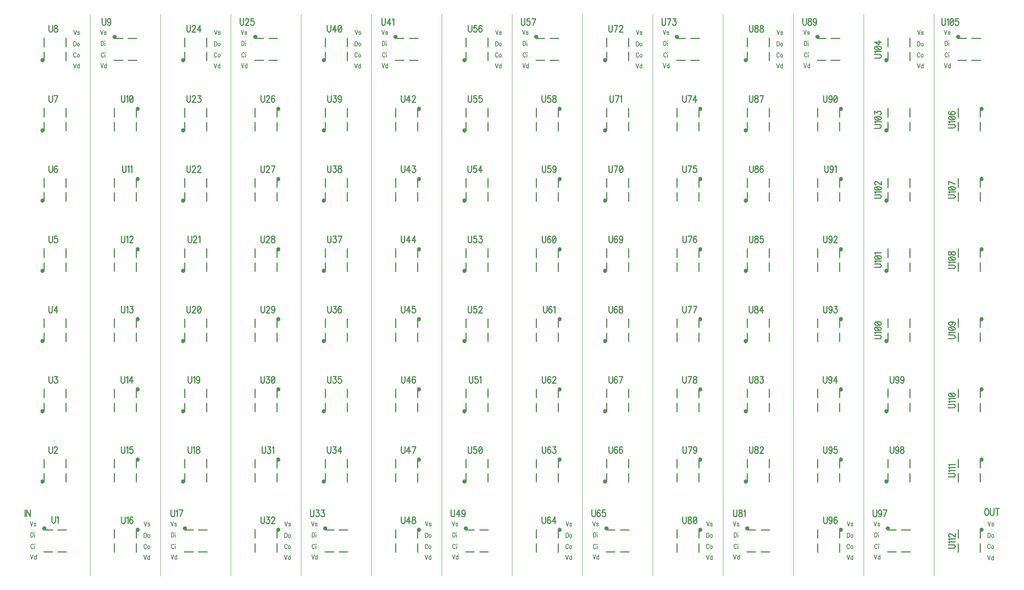
<source format=gto>
G04 DipTrace 2.4.0.2*
%IN112xAPA102Cx8x14.gto*%
%MOMM*%
%ADD10C,0.25*%
%ADD17C,0.033*%
%ADD18O,0.975X0.925*%
%ADD20O,0.925X0.975*%
%ADD31C,0.235*%
%ADD33C,0.157*%
%FSLAX53Y53*%
G04*
G71*
G90*
G75*
G01*
%LNTopSilk*%
%LPD*%
X20600Y20500D2*
D10*
X18600D1*
X20600Y15500D2*
X18600D1*
X17400D2*
X15400D1*
X17400Y20500D2*
X15400D1*
D18*
X15537Y20862D3*
X15500Y36600D2*
D10*
Y34600D1*
X20500Y36600D2*
Y34600D1*
Y33400D2*
Y31400D1*
X15500Y33400D2*
Y31400D1*
D20*
X15138Y31537D3*
X15500Y52600D2*
D10*
Y50600D1*
X20500Y52600D2*
Y50600D1*
Y49400D2*
Y47400D1*
X15500Y49400D2*
Y47400D1*
D20*
X15138Y47537D3*
X15500Y68600D2*
D10*
Y66600D1*
X20500Y68600D2*
Y66600D1*
Y65400D2*
Y63400D1*
X15500Y65400D2*
Y63400D1*
D20*
X15138Y63537D3*
X15500Y84600D2*
D10*
Y82600D1*
X20500Y84600D2*
Y82600D1*
Y81400D2*
Y79400D1*
X15500Y81400D2*
Y79400D1*
D20*
X15138Y79537D3*
X15500Y100600D2*
D10*
Y98600D1*
X20500Y100600D2*
Y98600D1*
Y97400D2*
Y95400D1*
X15500Y97400D2*
Y95400D1*
D20*
X15138Y95537D3*
X15500Y116600D2*
D10*
Y114600D1*
X20500Y116600D2*
Y114600D1*
Y113400D2*
Y111400D1*
X15500Y113400D2*
Y111400D1*
D20*
X15138Y111537D3*
X15500Y132600D2*
D10*
Y130600D1*
X20500Y132600D2*
Y130600D1*
Y129400D2*
Y127400D1*
X15500Y129400D2*
Y127400D1*
D20*
X15138Y127537D3*
X36600Y132500D2*
D10*
X34599D1*
X36600Y127500D2*
X34599D1*
X33400D2*
X31399D1*
X33400Y132500D2*
X31399D1*
D18*
X31537Y132863D3*
X36500Y111400D2*
D10*
Y113400D1*
X31500Y111400D2*
Y113400D1*
Y114600D2*
Y116600D1*
X36500Y114600D2*
Y116600D1*
D20*
X36862Y116463D3*
X36500Y95400D2*
D10*
Y97400D1*
X31500Y95400D2*
Y97400D1*
Y98600D2*
Y100600D1*
X36500Y98600D2*
Y100600D1*
D20*
X36862Y100463D3*
X36500Y79400D2*
D10*
Y81400D1*
X31500Y79400D2*
Y81400D1*
Y82600D2*
Y84600D1*
X36500Y82600D2*
Y84600D1*
D20*
X36862Y84463D3*
X36500Y63400D2*
D10*
Y65400D1*
X31500Y63400D2*
Y65400D1*
Y66600D2*
Y68600D1*
X36500Y66600D2*
Y68600D1*
D20*
X36862Y68463D3*
X36500Y47400D2*
D10*
Y49400D1*
X31500Y47400D2*
Y49400D1*
Y50600D2*
Y52600D1*
X36500Y50600D2*
Y52600D1*
D20*
X36862Y52463D3*
X36500Y31400D2*
D10*
Y33400D1*
X31500Y31400D2*
Y33400D1*
Y34600D2*
Y36600D1*
X36500Y34600D2*
Y36600D1*
D20*
X36862Y36463D3*
X36500Y15400D2*
D10*
Y17400D1*
X31500Y15400D2*
Y17400D1*
Y18600D2*
Y20600D1*
X36500Y18600D2*
Y20600D1*
D20*
X36862Y20463D3*
X52600Y20500D2*
D10*
X50599D1*
X52600Y15500D2*
X50599D1*
X49400D2*
X47399D1*
X49400Y20500D2*
X47399D1*
D18*
X47537Y20863D3*
X47500Y36600D2*
D10*
Y34600D1*
X52500Y36600D2*
Y34600D1*
Y33400D2*
Y31400D1*
X47500Y33400D2*
Y31400D1*
D20*
X47138Y31537D3*
X47500Y52600D2*
D10*
Y50600D1*
X52500Y52600D2*
Y50600D1*
Y49400D2*
Y47400D1*
X47500Y49400D2*
Y47400D1*
D20*
X47138Y47537D3*
X47500Y68600D2*
D10*
Y66600D1*
X52500Y68600D2*
Y66600D1*
Y65400D2*
Y63400D1*
X47500Y65400D2*
Y63400D1*
D20*
X47138Y63537D3*
X47500Y84600D2*
D10*
Y82600D1*
X52500Y84600D2*
Y82600D1*
Y81400D2*
Y79400D1*
X47500Y81400D2*
Y79400D1*
D20*
X47138Y79537D3*
X47500Y100600D2*
D10*
Y98600D1*
X52500Y100600D2*
Y98600D1*
Y97400D2*
Y95400D1*
X47500Y97400D2*
Y95400D1*
D20*
X47138Y95537D3*
X47500Y116600D2*
D10*
Y114600D1*
X52500Y116600D2*
Y114600D1*
Y113400D2*
Y111400D1*
X47500Y113400D2*
Y111400D1*
D20*
X47138Y111537D3*
X47500Y132600D2*
D10*
Y130600D1*
X52500Y132600D2*
Y130600D1*
Y129400D2*
Y127400D1*
X47500Y129400D2*
Y127400D1*
D20*
X47138Y127537D3*
X68600Y132500D2*
D10*
X66599D1*
X68600Y127500D2*
X66599D1*
X65400D2*
X63399D1*
X65400Y132500D2*
X63399D1*
D18*
X63537Y132863D3*
X68500Y111400D2*
D10*
Y113400D1*
X63500Y111400D2*
Y113400D1*
Y114600D2*
Y116600D1*
X68500Y114600D2*
Y116600D1*
D20*
X68862Y116463D3*
X68500Y95400D2*
D10*
Y97400D1*
X63500Y95400D2*
Y97400D1*
Y98600D2*
Y100600D1*
X68500Y98600D2*
Y100600D1*
D20*
X68862Y100463D3*
X68500Y79400D2*
D10*
Y81400D1*
X63500Y79400D2*
Y81400D1*
Y82600D2*
Y84600D1*
X68500Y82600D2*
Y84600D1*
D20*
X68862Y84463D3*
X68500Y63400D2*
D10*
Y65400D1*
X63500Y63400D2*
Y65400D1*
Y66600D2*
Y68600D1*
X68500Y66600D2*
Y68600D1*
D20*
X68862Y68463D3*
X68500Y47400D2*
D10*
Y49400D1*
X63500Y47400D2*
Y49400D1*
Y50600D2*
Y52600D1*
X68500Y50600D2*
Y52600D1*
D20*
X68862Y52463D3*
X68500Y31400D2*
D10*
Y33400D1*
X63500Y31400D2*
Y33400D1*
Y34600D2*
Y36600D1*
X68500Y34600D2*
Y36600D1*
D20*
X68862Y36463D3*
X68500Y15400D2*
D10*
Y17400D1*
X63500Y15400D2*
Y17400D1*
Y18600D2*
Y20600D1*
X68500Y18600D2*
Y20600D1*
D20*
X68862Y20463D3*
X84600Y20500D2*
D10*
X82599D1*
X84600Y15500D2*
X82599D1*
X81400D2*
X79399D1*
X81400Y20500D2*
X79399D1*
D18*
X79537Y20863D3*
X79500Y36600D2*
D10*
Y34600D1*
X84500Y36600D2*
Y34600D1*
Y33400D2*
Y31400D1*
X79500Y33400D2*
Y31400D1*
D20*
X79138Y31537D3*
X79500Y52600D2*
D10*
Y50600D1*
X84500Y52600D2*
Y50600D1*
Y49400D2*
Y47400D1*
X79500Y49400D2*
Y47400D1*
D20*
X79138Y47537D3*
X79500Y68600D2*
D10*
Y66600D1*
X84500Y68600D2*
Y66600D1*
Y65400D2*
Y63400D1*
X79500Y65400D2*
Y63400D1*
D20*
X79138Y63537D3*
X79500Y84600D2*
D10*
Y82600D1*
X84500Y84600D2*
Y82600D1*
Y81400D2*
Y79400D1*
X79500Y81400D2*
Y79400D1*
D20*
X79138Y79537D3*
X79500Y100600D2*
D10*
Y98600D1*
X84500Y100600D2*
Y98600D1*
Y97400D2*
Y95400D1*
X79500Y97400D2*
Y95400D1*
D20*
X79138Y95537D3*
X79500Y116600D2*
D10*
Y114600D1*
X84500Y116600D2*
Y114600D1*
Y113400D2*
Y111400D1*
X79500Y113400D2*
Y111400D1*
D20*
X79138Y111537D3*
X79500Y132600D2*
D10*
Y130600D1*
X84500Y132600D2*
Y130600D1*
Y129400D2*
Y127400D1*
X79500Y129400D2*
Y127400D1*
D20*
X79138Y127537D3*
X100600Y132500D2*
D10*
X98599D1*
X100600Y127500D2*
X98599D1*
X97400D2*
X95399D1*
X97400Y132500D2*
X95399D1*
D18*
X95537Y132863D3*
X100500Y111400D2*
D10*
Y113400D1*
X95500Y111400D2*
Y113400D1*
Y114600D2*
Y116600D1*
X100500Y114600D2*
Y116600D1*
D20*
X100862Y116463D3*
X100500Y95400D2*
D10*
Y97400D1*
X95500Y95400D2*
Y97400D1*
Y98600D2*
Y100600D1*
X100500Y98600D2*
Y100600D1*
D20*
X100862Y100463D3*
X100500Y79400D2*
D10*
Y81400D1*
X95500Y79400D2*
Y81400D1*
Y82600D2*
Y84600D1*
X100500Y82600D2*
Y84600D1*
D20*
X100862Y84463D3*
X100500Y63400D2*
D10*
Y65400D1*
X95500Y63400D2*
Y65400D1*
Y66600D2*
Y68600D1*
X100500Y66600D2*
Y68600D1*
D20*
X100862Y68463D3*
X100500Y47400D2*
D10*
Y49400D1*
X95500Y47400D2*
Y49400D1*
Y50600D2*
Y52600D1*
X100500Y50600D2*
Y52600D1*
D20*
X100862Y52463D3*
X100500Y31400D2*
D10*
Y33400D1*
X95500Y31400D2*
Y33400D1*
Y34600D2*
Y36600D1*
X100500Y34600D2*
Y36600D1*
D20*
X100862Y36463D3*
X100500Y15400D2*
D10*
Y17400D1*
X95500Y15400D2*
Y17400D1*
Y18600D2*
Y20600D1*
X100500Y18600D2*
Y20600D1*
D20*
X100862Y20463D3*
X116600Y20500D2*
D10*
X114599D1*
X116600Y15500D2*
X114599D1*
X113400D2*
X111399D1*
X113400Y20500D2*
X111399D1*
D18*
X111537Y20863D3*
X111500Y36600D2*
D10*
Y34600D1*
X116500Y36600D2*
Y34600D1*
Y33400D2*
Y31400D1*
X111500Y33400D2*
Y31400D1*
D20*
X111138Y31537D3*
X111500Y52600D2*
D10*
Y50600D1*
X116500Y52600D2*
Y50600D1*
Y49400D2*
Y47400D1*
X111500Y49400D2*
Y47400D1*
D20*
X111138Y47537D3*
X111500Y68600D2*
D10*
Y66600D1*
X116500Y68600D2*
Y66600D1*
Y65400D2*
Y63400D1*
X111500Y65400D2*
Y63400D1*
D20*
X111138Y63537D3*
X111500Y84600D2*
D10*
Y82600D1*
X116500Y84600D2*
Y82600D1*
Y81400D2*
Y79400D1*
X111500Y81400D2*
Y79400D1*
D20*
X111138Y79537D3*
X111500Y100600D2*
D10*
Y98600D1*
X116500Y100600D2*
Y98600D1*
Y97400D2*
Y95400D1*
X111500Y97400D2*
Y95400D1*
D20*
X111138Y95537D3*
X111500Y116600D2*
D10*
Y114600D1*
X116500Y116600D2*
Y114600D1*
Y113400D2*
Y111400D1*
X111500Y113400D2*
Y111400D1*
D20*
X111138Y111537D3*
X111500Y132600D2*
D10*
Y130600D1*
X116500Y132600D2*
Y130600D1*
Y129400D2*
Y127400D1*
X111500Y129400D2*
Y127400D1*
D20*
X111138Y127537D3*
X132600Y132500D2*
D10*
X130599D1*
X132600Y127500D2*
X130599D1*
X129400D2*
X127399D1*
X129400Y132500D2*
X127399D1*
D18*
X127537Y132863D3*
X132500Y111400D2*
D10*
Y113400D1*
X127500Y111400D2*
Y113400D1*
Y114600D2*
Y116600D1*
X132500Y114600D2*
Y116600D1*
D20*
X132862Y116463D3*
X132500Y95400D2*
D10*
Y97400D1*
X127500Y95400D2*
Y97400D1*
Y98600D2*
Y100600D1*
X132500Y98600D2*
Y100600D1*
D20*
X132862Y100463D3*
X132500Y79400D2*
D10*
Y81400D1*
X127500Y79400D2*
Y81400D1*
Y82600D2*
Y84600D1*
X132500Y82600D2*
Y84600D1*
D20*
X132862Y84463D3*
X132500Y63400D2*
D10*
Y65400D1*
X127500Y63400D2*
Y65400D1*
Y66600D2*
Y68600D1*
X132500Y66600D2*
Y68600D1*
D20*
X132862Y68463D3*
X132500Y47400D2*
D10*
Y49400D1*
X127500Y47400D2*
Y49400D1*
Y50600D2*
Y52600D1*
X132500Y50600D2*
Y52600D1*
D20*
X132862Y52463D3*
X132500Y31400D2*
D10*
Y33400D1*
X127500Y31400D2*
Y33400D1*
Y34600D2*
Y36600D1*
X132500Y34600D2*
Y36600D1*
D20*
X132862Y36463D3*
X132500Y15400D2*
D10*
Y17400D1*
X127500Y15400D2*
Y17400D1*
Y18600D2*
Y20600D1*
X132500Y18600D2*
Y20600D1*
D20*
X132862Y20463D3*
X148600Y20500D2*
D10*
X146599D1*
X148600Y15500D2*
X146599D1*
X145400D2*
X143399D1*
X145400Y20500D2*
X143399D1*
D18*
X143537Y20863D3*
X143500Y36600D2*
D10*
Y34600D1*
X148500Y36600D2*
Y34600D1*
Y33400D2*
Y31400D1*
X143500Y33400D2*
Y31400D1*
D20*
X143138Y31537D3*
X143500Y52600D2*
D10*
Y50600D1*
X148500Y52600D2*
Y50600D1*
Y49400D2*
Y47400D1*
X143500Y49400D2*
Y47400D1*
D20*
X143138Y47537D3*
X143500Y68600D2*
D10*
Y66600D1*
X148500Y68600D2*
Y66600D1*
Y65400D2*
Y63400D1*
X143500Y65400D2*
Y63400D1*
D20*
X143138Y63537D3*
X143500Y84600D2*
D10*
Y82600D1*
X148500Y84600D2*
Y82600D1*
Y81400D2*
Y79400D1*
X143500Y81400D2*
Y79400D1*
D20*
X143138Y79537D3*
X143500Y100600D2*
D10*
Y98600D1*
X148500Y100600D2*
Y98600D1*
Y97400D2*
Y95400D1*
X143500Y97400D2*
Y95400D1*
D20*
X143138Y95537D3*
X143500Y116600D2*
D10*
Y114600D1*
X148500Y116600D2*
Y114600D1*
Y113400D2*
Y111400D1*
X143500Y113400D2*
Y111400D1*
D20*
X143138Y111537D3*
X143500Y132600D2*
D10*
Y130600D1*
X148500Y132600D2*
Y130600D1*
Y129400D2*
Y127400D1*
X143500Y129400D2*
Y127400D1*
D20*
X143138Y127537D3*
X164600Y132500D2*
D10*
X162599D1*
X164600Y127500D2*
X162599D1*
X161400D2*
X159399D1*
X161400Y132500D2*
X159399D1*
D18*
X159537Y132863D3*
X164500Y111400D2*
D10*
Y113400D1*
X159500Y111400D2*
Y113400D1*
Y114600D2*
Y116600D1*
X164500Y114600D2*
Y116600D1*
D20*
X164862Y116463D3*
X164500Y95400D2*
D10*
Y97400D1*
X159500Y95400D2*
Y97400D1*
Y98600D2*
Y100600D1*
X164500Y98600D2*
Y100600D1*
D20*
X164862Y100463D3*
X164500Y79400D2*
D10*
Y81400D1*
X159500Y79400D2*
Y81400D1*
Y82600D2*
Y84600D1*
X164500Y82600D2*
Y84600D1*
D20*
X164862Y84463D3*
X164500Y63400D2*
D10*
Y65400D1*
X159500Y63400D2*
Y65400D1*
Y66600D2*
Y68600D1*
X164500Y66600D2*
Y68600D1*
D20*
X164862Y68463D3*
X164500Y47400D2*
D10*
Y49400D1*
X159500Y47400D2*
Y49400D1*
Y50600D2*
Y52600D1*
X164500Y50600D2*
Y52600D1*
D20*
X164862Y52463D3*
X164500Y31400D2*
D10*
Y33400D1*
X159500Y31400D2*
Y33400D1*
Y34600D2*
Y36600D1*
X164500Y34600D2*
Y36600D1*
D20*
X164862Y36463D3*
X164500Y15400D2*
D10*
Y17400D1*
X159500Y15400D2*
Y17400D1*
Y18600D2*
Y20600D1*
X164500Y18600D2*
Y20600D1*
D20*
X164862Y20463D3*
X180600Y20500D2*
D10*
X178599D1*
X180600Y15500D2*
X178599D1*
X177400D2*
X175399D1*
X177400Y20500D2*
X175399D1*
D18*
X175537Y20863D3*
X175500Y36600D2*
D10*
Y34600D1*
X180500Y36600D2*
Y34600D1*
Y33400D2*
Y31400D1*
X175500Y33400D2*
Y31400D1*
D20*
X175138Y31537D3*
X175500Y52600D2*
D10*
Y50600D1*
X180500Y52600D2*
Y50600D1*
Y49400D2*
Y47400D1*
X175500Y49400D2*
Y47400D1*
D20*
X175138Y47537D3*
X175500Y68600D2*
D10*
Y66600D1*
X180500Y68600D2*
Y66600D1*
Y65400D2*
Y63400D1*
X175500Y65400D2*
Y63400D1*
D20*
X175138Y63537D3*
X175500Y84600D2*
D10*
Y82600D1*
X180500Y84600D2*
Y82600D1*
Y81400D2*
Y79400D1*
X175500Y81400D2*
Y79400D1*
D20*
X175138Y79537D3*
X175500Y100600D2*
D10*
Y98600D1*
X180500Y100600D2*
Y98600D1*
Y97400D2*
Y95400D1*
X175500Y97400D2*
Y95400D1*
D20*
X175138Y95537D3*
X175500Y116600D2*
D10*
Y114600D1*
X180500Y116600D2*
Y114600D1*
Y113400D2*
Y111400D1*
X175500Y113400D2*
Y111400D1*
D20*
X175138Y111537D3*
X175500Y132600D2*
D10*
Y130600D1*
X180500Y132600D2*
Y130600D1*
Y129400D2*
Y127400D1*
X175500Y129400D2*
Y127400D1*
D20*
X175138Y127537D3*
X196600Y132500D2*
D10*
X194599D1*
X196600Y127500D2*
X194599D1*
X193400D2*
X191399D1*
X193400Y132500D2*
X191399D1*
D18*
X191537Y132863D3*
X196500Y111400D2*
D10*
Y113400D1*
X191500Y111400D2*
Y113400D1*
Y114600D2*
Y116600D1*
X196500Y114600D2*
Y116600D1*
D20*
X196862Y116463D3*
X196500Y95400D2*
D10*
Y97400D1*
X191500Y95400D2*
Y97400D1*
Y98600D2*
Y100600D1*
X196500Y98600D2*
Y100600D1*
D20*
X196862Y100463D3*
X196500Y79400D2*
D10*
Y81400D1*
X191500Y79400D2*
Y81400D1*
Y82600D2*
Y84600D1*
X196500Y82600D2*
Y84600D1*
D20*
X196862Y84463D3*
X196500Y63400D2*
D10*
Y65400D1*
X191500Y63400D2*
Y65400D1*
Y66600D2*
Y68600D1*
X196500Y66600D2*
Y68600D1*
D20*
X196862Y68463D3*
X196500Y47400D2*
D10*
Y49400D1*
X191500Y47400D2*
Y49400D1*
Y50600D2*
Y52600D1*
X196500Y50600D2*
Y52600D1*
D20*
X196862Y52463D3*
X196500Y31400D2*
D10*
Y33400D1*
X191500Y31400D2*
Y33400D1*
Y34600D2*
Y36600D1*
X196500Y34600D2*
Y36600D1*
D20*
X196862Y36463D3*
X196500Y15400D2*
D10*
Y17400D1*
X191500Y15400D2*
Y17400D1*
Y18600D2*
Y20600D1*
X196500Y18600D2*
Y20600D1*
D20*
X196862Y20463D3*
X212600Y20500D2*
D10*
X210599D1*
X212600Y15500D2*
X210599D1*
X209400D2*
X207399D1*
X209400Y20500D2*
X207399D1*
D18*
X207537Y20863D3*
X207500Y36600D2*
D10*
Y34600D1*
X212500Y36600D2*
Y34600D1*
Y33400D2*
Y31400D1*
X207500Y33400D2*
Y31400D1*
D20*
X207138Y31537D3*
X207500Y52600D2*
D10*
Y50600D1*
X212500Y52600D2*
Y50600D1*
Y49400D2*
Y47400D1*
X207500Y49400D2*
Y47400D1*
D20*
X207138Y47537D3*
X207500Y68600D2*
D10*
Y66600D1*
X212500Y68600D2*
Y66600D1*
Y65400D2*
Y63400D1*
X207500Y65400D2*
Y63400D1*
D20*
X207138Y63537D3*
X207500Y84600D2*
D10*
Y82600D1*
X212500Y84600D2*
Y82600D1*
Y81400D2*
Y79400D1*
X207500Y81400D2*
Y79400D1*
D20*
X207138Y79537D3*
X207500Y100600D2*
D10*
Y98600D1*
X212500Y100600D2*
Y98600D1*
Y97400D2*
Y95400D1*
X207500Y97400D2*
Y95400D1*
D20*
X207138Y95537D3*
X207500Y116600D2*
D10*
Y114600D1*
X212500Y116600D2*
Y114600D1*
Y113400D2*
Y111400D1*
X207500Y113400D2*
Y111400D1*
D20*
X207138Y111537D3*
X207500Y132600D2*
D10*
Y130600D1*
X212500Y132600D2*
Y130600D1*
Y129400D2*
Y127400D1*
X207500Y129400D2*
Y127400D1*
D20*
X207138Y127537D3*
X228600Y132500D2*
D10*
X226599D1*
X228600Y127500D2*
X226599D1*
X225400D2*
X223399D1*
X225400Y132500D2*
X223399D1*
D18*
X223537Y132863D3*
X228500Y111400D2*
D10*
Y113400D1*
X223500Y111400D2*
Y113400D1*
Y114600D2*
Y116600D1*
X228500Y114600D2*
Y116600D1*
D20*
X228862Y116463D3*
X228500Y95400D2*
D10*
Y97400D1*
X223500Y95400D2*
Y97400D1*
Y98600D2*
Y100600D1*
X228500Y98600D2*
Y100600D1*
D20*
X228862Y100463D3*
X228500Y79400D2*
D10*
Y81400D1*
X223500Y79400D2*
Y81400D1*
Y82600D2*
Y84600D1*
X228500Y82600D2*
Y84600D1*
D20*
X228862Y84463D3*
X228500Y63400D2*
D10*
Y65400D1*
X223500Y63400D2*
Y65400D1*
Y66600D2*
Y68600D1*
X228500Y66600D2*
Y68600D1*
D20*
X228862Y68463D3*
X228500Y47400D2*
D10*
Y49400D1*
X223500Y47400D2*
Y49400D1*
Y50600D2*
Y52600D1*
X228500Y50600D2*
Y52600D1*
D20*
X228862Y52463D3*
X228500Y31400D2*
D10*
Y33400D1*
X223500Y31400D2*
Y33400D1*
Y34600D2*
Y36600D1*
X228500Y34600D2*
Y36600D1*
D20*
X228862Y36463D3*
X228500Y15400D2*
D10*
Y17400D1*
X223500Y15400D2*
Y17400D1*
Y18600D2*
Y20600D1*
X228500Y18600D2*
Y20600D1*
D20*
X228862Y20463D3*
X26000Y138000D2*
D17*
Y10000D1*
X42000Y138000D2*
Y10000D1*
X58000Y138000D2*
Y10000D1*
X74000Y138000D2*
Y10000D1*
X90000Y138000D2*
Y10000D1*
X106000Y138000D2*
Y10000D1*
X138000Y138000D2*
Y10000D1*
X122000Y138000D2*
Y10000D1*
X170000Y138000D2*
Y10000D1*
X186000Y138000D2*
Y10000D1*
X202000Y138000D2*
Y10000D1*
X218000Y138000D2*
Y10000D1*
X154000Y138000D2*
Y10000D1*
X17257Y23557D2*
D31*
Y22464D1*
X17315Y22245D1*
X17432Y22100D1*
X17608Y22026D1*
X17723D1*
X17899Y22100D1*
X18016Y22245D1*
X18074Y22464D1*
Y23557D1*
X18450Y23264D2*
X18568Y23338D1*
X18743Y23555D1*
Y22026D1*
X16583Y39482D2*
Y38389D1*
X16641Y38170D1*
X16758Y38025D1*
X16933Y37951D1*
X17049D1*
X17224Y38025D1*
X17341Y38170D1*
X17399Y38389D1*
Y39482D1*
X17835Y39116D2*
Y39189D1*
X17893Y39335D1*
X17951Y39408D1*
X18068Y39480D1*
X18301D1*
X18417Y39408D1*
X18475Y39335D1*
X18534Y39189D1*
Y39044D1*
X18475Y38897D1*
X18359Y38680D1*
X17776Y37951D1*
X18592D1*
X16583Y55482D2*
Y54389D1*
X16641Y54170D1*
X16758Y54025D1*
X16933Y53951D1*
X17049D1*
X17224Y54025D1*
X17341Y54170D1*
X17399Y54389D1*
Y55482D1*
X17893Y55480D2*
X18533D1*
X18184Y54897D1*
X18359D1*
X18475Y54825D1*
X18533Y54752D1*
X18592Y54533D1*
Y54389D1*
X18533Y54170D1*
X18417Y54023D1*
X18242Y53951D1*
X18067D1*
X17893Y54023D1*
X17835Y54097D1*
X17776Y54242D1*
X16554Y71482D2*
Y70389D1*
X16612Y70170D1*
X16729Y70025D1*
X16904Y69951D1*
X17020D1*
X17195Y70025D1*
X17312Y70170D1*
X17370Y70389D1*
Y71482D1*
X18330Y69951D2*
Y71480D1*
X17747Y70461D1*
X18621D1*
X16583Y87482D2*
Y86389D1*
X16641Y86170D1*
X16758Y86025D1*
X16933Y85951D1*
X17049D1*
X17224Y86025D1*
X17341Y86170D1*
X17399Y86389D1*
Y87482D1*
X18475Y87480D2*
X17893D1*
X17835Y86825D1*
X17893Y86897D1*
X18068Y86971D1*
X18242D1*
X18417Y86897D1*
X18534Y86752D1*
X18592Y86533D1*
Y86389D1*
X18534Y86170D1*
X18417Y86023D1*
X18242Y85951D1*
X18068D1*
X17893Y86023D1*
X17835Y86097D1*
X17776Y86242D1*
X16612Y103482D2*
Y102389D1*
X16670Y102170D1*
X16787Y102025D1*
X16963Y101951D1*
X17079D1*
X17254Y102025D1*
X17371Y102170D1*
X17429Y102389D1*
Y103482D1*
X18505Y103263D2*
X18447Y103408D1*
X18272Y103480D1*
X18156D1*
X17981Y103408D1*
X17863Y103189D1*
X17805Y102825D1*
Y102461D1*
X17863Y102170D1*
X17981Y102023D1*
X18156Y101951D1*
X18214D1*
X18388Y102023D1*
X18505Y102170D1*
X18563Y102389D1*
Y102461D1*
X18505Y102680D1*
X18388Y102825D1*
X18214Y102897D1*
X18156D1*
X17981Y102825D1*
X17863Y102680D1*
X17805Y102461D1*
X16583Y119482D2*
Y118389D1*
X16641Y118170D1*
X16758Y118025D1*
X16933Y117951D1*
X17049D1*
X17224Y118025D1*
X17341Y118170D1*
X17399Y118389D1*
Y119482D1*
X18009Y117951D2*
X18592Y119480D1*
X17776D1*
X16583Y135482D2*
Y134389D1*
X16641Y134170D1*
X16758Y134025D1*
X16934Y133951D1*
X17050D1*
X17225Y134025D1*
X17342Y134170D1*
X17400Y134389D1*
Y135482D1*
X18068Y135480D2*
X17894Y135408D1*
X17834Y135263D1*
Y135116D1*
X17894Y134971D1*
X18010Y134897D1*
X18243Y134825D1*
X18418Y134752D1*
X18534Y134606D1*
X18592Y134461D1*
Y134242D1*
X18534Y134097D1*
X18476Y134023D1*
X18301Y133951D1*
X18068D1*
X17894Y134023D1*
X17834Y134097D1*
X17776Y134242D1*
Y134461D1*
X17834Y134606D1*
X17952Y134752D1*
X18125Y134825D1*
X18359Y134897D1*
X18476Y134971D1*
X18534Y135116D1*
Y135263D1*
X18476Y135408D1*
X18301Y135480D1*
X18068D1*
X28717Y137042D2*
Y135949D1*
X28775Y135730D1*
X28892Y135585D1*
X29067Y135511D1*
X29183D1*
X29358Y135585D1*
X29476Y135730D1*
X29534Y135949D1*
Y137042D1*
X30669Y136531D2*
X30610Y136312D1*
X30494Y136166D1*
X30318Y136093D1*
X30261D1*
X30085Y136166D1*
X29969Y136312D1*
X29910Y136531D1*
Y136604D1*
X29969Y136823D1*
X30085Y136968D1*
X30261Y137040D1*
X30318D1*
X30494Y136968D1*
X30610Y136823D1*
X30669Y136531D1*
Y136166D1*
X30610Y135802D1*
X30494Y135583D1*
X30318Y135511D1*
X30203D1*
X30027Y135583D1*
X29969Y135730D1*
X33073Y119482D2*
Y118389D1*
X33131Y118170D1*
X33248Y118025D1*
X33424Y117951D1*
X33539D1*
X33715Y118025D1*
X33832Y118170D1*
X33890Y118389D1*
Y119482D1*
X34266Y119189D2*
X34384Y119263D1*
X34559Y119480D1*
Y117951D1*
X35286Y119480D2*
X35110Y119408D1*
X34993Y119189D1*
X34935Y118825D1*
Y118606D1*
X34993Y118242D1*
X35110Y118023D1*
X35286Y117951D1*
X35401D1*
X35577Y118023D1*
X35693Y118242D1*
X35752Y118606D1*
Y118825D1*
X35693Y119189D1*
X35577Y119408D1*
X35401Y119480D1*
X35286D1*
X35693Y119189D2*
X34993Y118242D1*
X33335Y103482D2*
Y102389D1*
X33393Y102170D1*
X33510Y102025D1*
X33686Y101951D1*
X33802D1*
X33977Y102025D1*
X34094Y102170D1*
X34152Y102389D1*
Y103482D1*
X34528Y103189D2*
X34646Y103263D1*
X34821Y103480D1*
Y101951D1*
X35197Y103189D2*
X35315Y103263D1*
X35490Y103480D1*
Y101951D1*
X33073Y87482D2*
Y86389D1*
X33131Y86170D1*
X33248Y86025D1*
X33424Y85951D1*
X33539D1*
X33715Y86025D1*
X33832Y86170D1*
X33890Y86389D1*
Y87482D1*
X34266Y87189D2*
X34384Y87263D1*
X34559Y87480D1*
Y85951D1*
X34994Y87116D2*
Y87189D1*
X35052Y87335D1*
X35110Y87408D1*
X35228Y87480D1*
X35461D1*
X35577Y87408D1*
X35635Y87335D1*
X35694Y87189D1*
Y87044D1*
X35635Y86897D1*
X35519Y86680D1*
X34935Y85951D1*
X35752D1*
X33073Y71482D2*
Y70389D1*
X33131Y70170D1*
X33248Y70025D1*
X33424Y69951D1*
X33539D1*
X33715Y70025D1*
X33832Y70170D1*
X33890Y70389D1*
Y71482D1*
X34266Y71189D2*
X34384Y71263D1*
X34559Y71480D1*
Y69951D1*
X35052Y71480D2*
X35693D1*
X35344Y70897D1*
X35519D1*
X35635Y70825D1*
X35693Y70752D1*
X35752Y70533D1*
Y70389D1*
X35693Y70170D1*
X35577Y70023D1*
X35401Y69951D1*
X35226D1*
X35052Y70023D1*
X34994Y70097D1*
X34935Y70242D1*
X33044Y55482D2*
Y54389D1*
X33102Y54170D1*
X33219Y54025D1*
X33395Y53951D1*
X33510D1*
X33686Y54025D1*
X33803Y54170D1*
X33861Y54389D1*
Y55482D1*
X34237Y55189D2*
X34355Y55263D1*
X34530Y55480D1*
Y53951D1*
X35490D2*
Y55480D1*
X34906Y54461D1*
X35781D1*
X33073Y39482D2*
Y38389D1*
X33131Y38170D1*
X33248Y38025D1*
X33424Y37951D1*
X33539D1*
X33715Y38025D1*
X33832Y38170D1*
X33890Y38389D1*
Y39482D1*
X34266Y39189D2*
X34384Y39263D1*
X34559Y39480D1*
Y37951D1*
X35635Y39480D2*
X35052D1*
X34994Y38825D1*
X35052Y38897D1*
X35228Y38971D1*
X35401D1*
X35577Y38897D1*
X35694Y38752D1*
X35752Y38533D1*
Y38389D1*
X35694Y38170D1*
X35577Y38023D1*
X35401Y37951D1*
X35228D1*
X35052Y38023D1*
X34994Y38097D1*
X34935Y38242D1*
X33103Y23482D2*
Y22389D1*
X33161Y22170D1*
X33278Y22025D1*
X33453Y21951D1*
X33569D1*
X33744Y22025D1*
X33862Y22170D1*
X33919Y22389D1*
Y23482D1*
X34296Y23189D2*
X34413Y23263D1*
X34588Y23480D1*
Y21951D1*
X35664Y23263D2*
X35606Y23408D1*
X35431Y23480D1*
X35315D1*
X35140Y23408D1*
X35023Y23189D1*
X34965Y22825D1*
Y22461D1*
X35023Y22170D1*
X35140Y22023D1*
X35315Y21951D1*
X35373D1*
X35547Y22023D1*
X35664Y22170D1*
X35722Y22389D1*
Y22461D1*
X35664Y22680D1*
X35547Y22825D1*
X35373Y22897D1*
X35315D1*
X35140Y22825D1*
X35023Y22680D1*
X34965Y22461D1*
X44354Y25042D2*
Y23949D1*
X44411Y23730D1*
X44529Y23585D1*
X44704Y23511D1*
X44820D1*
X44995Y23585D1*
X45112Y23730D1*
X45170Y23949D1*
Y25042D1*
X45547Y24749D2*
X45664Y24823D1*
X45839Y25040D1*
Y23511D1*
X46449D2*
X47032Y25040D1*
X46216D1*
X48249Y39482D2*
Y38389D1*
X48307Y38170D1*
X48424Y38025D1*
X48599Y37951D1*
X48715D1*
X48890Y38025D1*
X49008Y38170D1*
X49065Y38389D1*
Y39482D1*
X49442Y39189D2*
X49559Y39263D1*
X49734Y39480D1*
Y37951D1*
X50402Y39480D2*
X50228Y39408D1*
X50169Y39263D1*
Y39116D1*
X50228Y38971D1*
X50344Y38897D1*
X50577Y38825D1*
X50752Y38752D1*
X50868Y38606D1*
X50926Y38461D1*
Y38242D1*
X50868Y38097D1*
X50810Y38023D1*
X50635Y37951D1*
X50402D1*
X50228Y38023D1*
X50169Y38097D1*
X50111Y38242D1*
Y38461D1*
X50169Y38606D1*
X50286Y38752D1*
X50460Y38825D1*
X50693Y38897D1*
X50810Y38971D1*
X50868Y39116D1*
Y39263D1*
X50810Y39408D1*
X50635Y39480D1*
X50402D1*
X48277Y55482D2*
Y54389D1*
X48335Y54170D1*
X48452Y54025D1*
X48627Y53951D1*
X48743D1*
X48919Y54025D1*
X49036Y54170D1*
X49094Y54389D1*
Y55482D1*
X49470Y55189D2*
X49587Y55263D1*
X49763Y55480D1*
Y53951D1*
X50898Y54971D2*
X50839Y54752D1*
X50723Y54606D1*
X50548Y54533D1*
X50490D1*
X50314Y54606D1*
X50198Y54752D1*
X50139Y54971D1*
Y55044D1*
X50198Y55263D1*
X50314Y55408D1*
X50490Y55480D1*
X50548D1*
X50723Y55408D1*
X50839Y55263D1*
X50898Y54971D1*
Y54606D1*
X50839Y54242D1*
X50723Y54023D1*
X50548Y53951D1*
X50432D1*
X50256Y54023D1*
X50198Y54170D1*
X47986Y71482D2*
Y70389D1*
X48044Y70170D1*
X48161Y70025D1*
X48336Y69951D1*
X48452D1*
X48627Y70025D1*
X48745Y70170D1*
X48803Y70389D1*
Y71482D1*
X49238Y71116D2*
Y71189D1*
X49296Y71335D1*
X49354Y71408D1*
X49472Y71480D1*
X49705D1*
X49821Y71408D1*
X49879Y71335D1*
X49938Y71189D1*
Y71044D1*
X49879Y70897D1*
X49763Y70680D1*
X49179Y69951D1*
X49996D1*
X50723Y71480D2*
X50548Y71408D1*
X50430Y71189D1*
X50372Y70825D1*
Y70606D1*
X50430Y70242D1*
X50548Y70023D1*
X50723Y69951D1*
X50839D1*
X51014Y70023D1*
X51130Y70242D1*
X51189Y70606D1*
Y70825D1*
X51130Y71189D1*
X51014Y71408D1*
X50839Y71480D1*
X50723D1*
X51130Y71189D2*
X50430Y70242D1*
X48248Y87482D2*
Y86389D1*
X48306Y86170D1*
X48423Y86025D1*
X48599Y85951D1*
X48714D1*
X48890Y86025D1*
X49007Y86170D1*
X49065Y86389D1*
Y87482D1*
X49501Y87116D2*
Y87189D1*
X49559Y87335D1*
X49616Y87408D1*
X49734Y87480D1*
X49967D1*
X50083Y87408D1*
X50141Y87335D1*
X50200Y87189D1*
Y87044D1*
X50141Y86897D1*
X50025Y86680D1*
X49441Y85951D1*
X50258D1*
X50634Y87189D2*
X50752Y87263D1*
X50927Y87480D1*
Y85951D1*
X47986Y103482D2*
Y102389D1*
X48044Y102170D1*
X48161Y102025D1*
X48336Y101951D1*
X48452D1*
X48627Y102025D1*
X48745Y102170D1*
X48803Y102389D1*
Y103482D1*
X49238Y103116D2*
Y103189D1*
X49296Y103335D1*
X49354Y103408D1*
X49472Y103480D1*
X49705D1*
X49821Y103408D1*
X49879Y103335D1*
X49938Y103189D1*
Y103044D1*
X49879Y102897D1*
X49763Y102680D1*
X49179Y101951D1*
X49996D1*
X50432Y103116D2*
Y103189D1*
X50490Y103335D1*
X50548Y103408D1*
X50665Y103480D1*
X50898D1*
X51014Y103408D1*
X51072Y103335D1*
X51131Y103189D1*
Y103044D1*
X51072Y102897D1*
X50956Y102680D1*
X50372Y101951D1*
X51189D1*
X47986Y119482D2*
Y118389D1*
X48044Y118170D1*
X48161Y118025D1*
X48336Y117951D1*
X48452D1*
X48627Y118025D1*
X48745Y118170D1*
X48803Y118389D1*
Y119482D1*
X49238Y119116D2*
Y119189D1*
X49296Y119335D1*
X49354Y119408D1*
X49472Y119480D1*
X49705D1*
X49821Y119408D1*
X49879Y119335D1*
X49938Y119189D1*
Y119044D1*
X49879Y118897D1*
X49763Y118680D1*
X49179Y117951D1*
X49996D1*
X50490Y119480D2*
X51130D1*
X50781Y118897D1*
X50956D1*
X51072Y118825D1*
X51130Y118752D1*
X51189Y118533D1*
Y118389D1*
X51130Y118170D1*
X51014Y118023D1*
X50839Y117951D1*
X50663D1*
X50490Y118023D1*
X50432Y118097D1*
X50372Y118242D1*
X47957Y135482D2*
Y134389D1*
X48015Y134170D1*
X48132Y134025D1*
X48307Y133951D1*
X48423D1*
X48599Y134025D1*
X48716Y134170D1*
X48774Y134389D1*
Y135482D1*
X49209Y135116D2*
Y135189D1*
X49267Y135335D1*
X49325Y135408D1*
X49443Y135480D1*
X49676D1*
X49792Y135408D1*
X49850Y135335D1*
X49909Y135189D1*
Y135044D1*
X49850Y134897D1*
X49734Y134680D1*
X49150Y133951D1*
X49967D1*
X50927D2*
Y135480D1*
X50343Y134461D1*
X51218D1*
X60091Y137042D2*
Y135949D1*
X60149Y135730D1*
X60267Y135585D1*
X60442Y135511D1*
X60558D1*
X60733Y135585D1*
X60850Y135730D1*
X60908Y135949D1*
Y137042D1*
X61344Y136676D2*
Y136749D1*
X61402Y136895D1*
X61460Y136968D1*
X61577Y137040D1*
X61810D1*
X61926Y136968D1*
X61984Y136895D1*
X62043Y136749D1*
Y136604D1*
X61984Y136457D1*
X61868Y136240D1*
X61285Y135511D1*
X62101D1*
X63177Y137040D2*
X62595D1*
X62537Y136385D1*
X62595Y136457D1*
X62770Y136531D1*
X62944D1*
X63119Y136457D1*
X63236Y136312D1*
X63294Y136093D1*
Y135949D1*
X63236Y135730D1*
X63119Y135583D1*
X62944Y135511D1*
X62770D1*
X62595Y135583D1*
X62537Y135657D1*
X62478Y135802D1*
X64841Y119482D2*
Y118389D1*
X64899Y118170D1*
X65016Y118025D1*
X65191Y117951D1*
X65307D1*
X65482Y118025D1*
X65599Y118170D1*
X65657Y118389D1*
Y119482D1*
X66093Y119116D2*
Y119189D1*
X66151Y119335D1*
X66209Y119408D1*
X66326Y119480D1*
X66559D1*
X66675Y119408D1*
X66733Y119335D1*
X66793Y119189D1*
Y119044D1*
X66733Y118897D1*
X66617Y118680D1*
X66034Y117951D1*
X66850D1*
X67926Y119263D2*
X67868Y119408D1*
X67693Y119480D1*
X67577D1*
X67402Y119408D1*
X67285Y119189D1*
X67227Y118825D1*
Y118461D1*
X67285Y118170D1*
X67402Y118023D1*
X67577Y117951D1*
X67635D1*
X67809Y118023D1*
X67926Y118170D1*
X67984Y118389D1*
Y118461D1*
X67926Y118680D1*
X67809Y118825D1*
X67635Y118897D1*
X67577D1*
X67402Y118825D1*
X67285Y118680D1*
X67227Y118461D1*
X64811Y103482D2*
Y102389D1*
X64869Y102170D1*
X64986Y102025D1*
X65161Y101951D1*
X65277D1*
X65452Y102025D1*
X65570Y102170D1*
X65628Y102389D1*
Y103482D1*
X66063Y103116D2*
Y103189D1*
X66121Y103335D1*
X66179Y103408D1*
X66297Y103480D1*
X66530D1*
X66646Y103408D1*
X66704Y103335D1*
X66763Y103189D1*
Y103044D1*
X66704Y102897D1*
X66588Y102680D1*
X66004Y101951D1*
X66821D1*
X67430D2*
X68014Y103480D1*
X67197D1*
X64812Y87482D2*
Y86389D1*
X64870Y86170D1*
X64987Y86025D1*
X65162Y85951D1*
X65278D1*
X65453Y86025D1*
X65570Y86170D1*
X65628Y86389D1*
Y87482D1*
X66064Y87116D2*
Y87189D1*
X66122Y87335D1*
X66180Y87408D1*
X66297Y87480D1*
X66530D1*
X66646Y87408D1*
X66704Y87335D1*
X66764Y87189D1*
Y87044D1*
X66704Y86897D1*
X66588Y86680D1*
X66005Y85951D1*
X66822D1*
X67489Y87480D2*
X67315Y87408D1*
X67256Y87263D1*
Y87116D1*
X67315Y86971D1*
X67431Y86897D1*
X67664Y86825D1*
X67839Y86752D1*
X67955Y86606D1*
X68013Y86461D1*
Y86242D1*
X67955Y86097D1*
X67897Y86023D1*
X67722Y85951D1*
X67489D1*
X67315Y86023D1*
X67256Y86097D1*
X67198Y86242D1*
Y86461D1*
X67256Y86606D1*
X67373Y86752D1*
X67547Y86825D1*
X67780Y86897D1*
X67897Y86971D1*
X67955Y87116D1*
Y87263D1*
X67897Y87408D1*
X67722Y87480D1*
X67489D1*
X64840Y71482D2*
Y70389D1*
X64898Y70170D1*
X65015Y70025D1*
X65190Y69951D1*
X65306D1*
X65481Y70025D1*
X65599Y70170D1*
X65657Y70389D1*
Y71482D1*
X66092Y71116D2*
Y71189D1*
X66150Y71335D1*
X66208Y71408D1*
X66326Y71480D1*
X66559D1*
X66675Y71408D1*
X66733Y71335D1*
X66792Y71189D1*
Y71044D1*
X66733Y70897D1*
X66617Y70680D1*
X66033Y69951D1*
X66850D1*
X67985Y70971D2*
X67926Y70752D1*
X67810Y70606D1*
X67635Y70533D1*
X67577D1*
X67401Y70606D1*
X67286Y70752D1*
X67226Y70971D1*
Y71044D1*
X67286Y71263D1*
X67401Y71408D1*
X67577Y71480D1*
X67635D1*
X67810Y71408D1*
X67926Y71263D1*
X67985Y70971D1*
Y70606D1*
X67926Y70242D1*
X67810Y70023D1*
X67635Y69951D1*
X67519D1*
X67344Y70023D1*
X67286Y70170D1*
X64811Y55482D2*
Y54389D1*
X64869Y54170D1*
X64986Y54025D1*
X65161Y53951D1*
X65277D1*
X65452Y54025D1*
X65570Y54170D1*
X65628Y54389D1*
Y55482D1*
X66121Y55480D2*
X66762D1*
X66413Y54897D1*
X66588D1*
X66704Y54825D1*
X66762Y54752D1*
X66821Y54533D1*
Y54389D1*
X66762Y54170D1*
X66646Y54023D1*
X66470Y53951D1*
X66295D1*
X66121Y54023D1*
X66063Y54097D1*
X66004Y54242D1*
X67548Y55480D2*
X67373Y55408D1*
X67255Y55189D1*
X67197Y54825D1*
Y54606D1*
X67255Y54242D1*
X67373Y54023D1*
X67548Y53951D1*
X67664D1*
X67839Y54023D1*
X67955Y54242D1*
X68014Y54606D1*
Y54825D1*
X67955Y55189D1*
X67839Y55408D1*
X67664Y55480D1*
X67548D1*
X67955Y55189D2*
X67255Y54242D1*
X65073Y39482D2*
Y38389D1*
X65131Y38170D1*
X65248Y38025D1*
X65424Y37951D1*
X65539D1*
X65715Y38025D1*
X65832Y38170D1*
X65890Y38389D1*
Y39482D1*
X66384Y39480D2*
X67024D1*
X66675Y38897D1*
X66850D1*
X66966Y38825D1*
X67024Y38752D1*
X67083Y38533D1*
Y38389D1*
X67024Y38170D1*
X66908Y38023D1*
X66733Y37951D1*
X66557D1*
X66384Y38023D1*
X66326Y38097D1*
X66266Y38242D1*
X67459Y39189D2*
X67577Y39263D1*
X67752Y39480D1*
Y37951D1*
X64811Y23482D2*
Y22389D1*
X64869Y22170D1*
X64986Y22025D1*
X65161Y21951D1*
X65277D1*
X65452Y22025D1*
X65570Y22170D1*
X65628Y22389D1*
Y23482D1*
X66121Y23480D2*
X66762D1*
X66413Y22897D1*
X66588D1*
X66704Y22825D1*
X66762Y22752D1*
X66821Y22533D1*
Y22389D1*
X66762Y22170D1*
X66646Y22023D1*
X66470Y21951D1*
X66295D1*
X66121Y22023D1*
X66063Y22097D1*
X66004Y22242D1*
X67257Y23116D2*
Y23189D1*
X67315Y23335D1*
X67373Y23408D1*
X67490Y23480D1*
X67723D1*
X67839Y23408D1*
X67897Y23335D1*
X67956Y23189D1*
Y23044D1*
X67897Y22897D1*
X67781Y22680D1*
X67197Y21951D1*
X68014D1*
X76091Y25042D2*
Y23949D1*
X76149Y23730D1*
X76267Y23585D1*
X76442Y23511D1*
X76558D1*
X76733Y23585D1*
X76850Y23730D1*
X76908Y23949D1*
Y25042D1*
X77402Y25040D2*
X78042D1*
X77693Y24457D1*
X77868D1*
X77984Y24385D1*
X78042Y24312D1*
X78101Y24093D1*
Y23949D1*
X78042Y23730D1*
X77926Y23583D1*
X77751Y23511D1*
X77576D1*
X77402Y23583D1*
X77344Y23657D1*
X77285Y23802D1*
X78595Y25040D2*
X79235D1*
X78886Y24457D1*
X79061D1*
X79177Y24385D1*
X79235Y24312D1*
X79294Y24093D1*
Y23949D1*
X79235Y23730D1*
X79119Y23583D1*
X78944Y23511D1*
X78769D1*
X78595Y23583D1*
X78537Y23657D1*
X78478Y23802D1*
X79957Y39482D2*
Y38389D1*
X80015Y38170D1*
X80132Y38025D1*
X80307Y37951D1*
X80423D1*
X80599Y38025D1*
X80716Y38170D1*
X80774Y38389D1*
Y39482D1*
X81267Y39480D2*
X81908D1*
X81559Y38897D1*
X81734D1*
X81850Y38825D1*
X81908Y38752D1*
X81967Y38533D1*
Y38389D1*
X81908Y38170D1*
X81792Y38023D1*
X81616Y37951D1*
X81441D1*
X81267Y38023D1*
X81209Y38097D1*
X81150Y38242D1*
X82927Y37951D2*
Y39480D1*
X82343Y38461D1*
X83218D1*
X79986Y55482D2*
Y54389D1*
X80044Y54170D1*
X80161Y54025D1*
X80336Y53951D1*
X80452D1*
X80627Y54025D1*
X80745Y54170D1*
X80803Y54389D1*
Y55482D1*
X81296Y55480D2*
X81937D1*
X81587Y54897D1*
X81763D1*
X81879Y54825D1*
X81937Y54752D1*
X81996Y54533D1*
Y54389D1*
X81937Y54170D1*
X81821Y54023D1*
X81645Y53951D1*
X81470D1*
X81296Y54023D1*
X81238Y54097D1*
X81179Y54242D1*
X83072Y55480D2*
X82490D1*
X82432Y54825D1*
X82490Y54897D1*
X82665Y54971D1*
X82839D1*
X83014Y54897D1*
X83131Y54752D1*
X83189Y54533D1*
Y54389D1*
X83131Y54170D1*
X83014Y54023D1*
X82839Y53951D1*
X82665D1*
X82490Y54023D1*
X82432Y54097D1*
X82372Y54242D1*
X80016Y71482D2*
Y70389D1*
X80074Y70170D1*
X80191Y70025D1*
X80366Y69951D1*
X80482D1*
X80657Y70025D1*
X80774Y70170D1*
X80832Y70389D1*
Y71482D1*
X81326Y71480D2*
X81966D1*
X81617Y70897D1*
X81792D1*
X81908Y70825D1*
X81966Y70752D1*
X82025Y70533D1*
Y70389D1*
X81966Y70170D1*
X81850Y70023D1*
X81675Y69951D1*
X81500D1*
X81326Y70023D1*
X81268Y70097D1*
X81209Y70242D1*
X83101Y71263D2*
X83043Y71408D1*
X82868Y71480D1*
X82752D1*
X82577Y71408D1*
X82460Y71189D1*
X82402Y70825D1*
Y70461D1*
X82460Y70170D1*
X82577Y70023D1*
X82752Y69951D1*
X82810D1*
X82984Y70023D1*
X83101Y70170D1*
X83159Y70389D1*
Y70461D1*
X83101Y70680D1*
X82984Y70825D1*
X82810Y70897D1*
X82752D1*
X82577Y70825D1*
X82460Y70680D1*
X82402Y70461D1*
X79986Y87482D2*
Y86389D1*
X80044Y86170D1*
X80161Y86025D1*
X80336Y85951D1*
X80452D1*
X80627Y86025D1*
X80745Y86170D1*
X80803Y86389D1*
Y87482D1*
X81296Y87480D2*
X81937D1*
X81587Y86897D1*
X81763D1*
X81879Y86825D1*
X81937Y86752D1*
X81996Y86533D1*
Y86389D1*
X81937Y86170D1*
X81821Y86023D1*
X81645Y85951D1*
X81470D1*
X81296Y86023D1*
X81238Y86097D1*
X81179Y86242D1*
X82605Y85951D2*
X83189Y87480D1*
X82372D1*
X79987Y103482D2*
Y102389D1*
X80045Y102170D1*
X80162Y102025D1*
X80337Y101951D1*
X80453D1*
X80628Y102025D1*
X80745Y102170D1*
X80803Y102389D1*
Y103482D1*
X81297Y103480D2*
X81937D1*
X81588Y102897D1*
X81763D1*
X81879Y102825D1*
X81937Y102752D1*
X81997Y102533D1*
Y102389D1*
X81937Y102170D1*
X81821Y102023D1*
X81646Y101951D1*
X81471D1*
X81297Y102023D1*
X81239Y102097D1*
X81180Y102242D1*
X82664Y103480D2*
X82490Y103408D1*
X82431Y103263D1*
Y103116D1*
X82490Y102971D1*
X82606Y102897D1*
X82839Y102825D1*
X83014Y102752D1*
X83130Y102606D1*
X83188Y102461D1*
Y102242D1*
X83130Y102097D1*
X83072Y102023D1*
X82897Y101951D1*
X82664D1*
X82490Y102023D1*
X82431Y102097D1*
X82373Y102242D1*
Y102461D1*
X82431Y102606D1*
X82548Y102752D1*
X82722Y102825D1*
X82955Y102897D1*
X83072Y102971D1*
X83130Y103116D1*
Y103263D1*
X83072Y103408D1*
X82897Y103480D1*
X82664D1*
X80015Y119482D2*
Y118389D1*
X80073Y118170D1*
X80190Y118025D1*
X80365Y117951D1*
X80481D1*
X80656Y118025D1*
X80774Y118170D1*
X80832Y118389D1*
Y119482D1*
X81325Y119480D2*
X81966D1*
X81616Y118897D1*
X81792D1*
X81908Y118825D1*
X81966Y118752D1*
X82025Y118533D1*
Y118389D1*
X81966Y118170D1*
X81850Y118023D1*
X81674Y117951D1*
X81499D1*
X81325Y118023D1*
X81267Y118097D1*
X81208Y118242D1*
X83160Y118971D2*
X83101Y118752D1*
X82985Y118606D1*
X82810Y118533D1*
X82752D1*
X82576Y118606D1*
X82461Y118752D1*
X82401Y118971D1*
Y119044D1*
X82461Y119263D1*
X82576Y119408D1*
X82752Y119480D1*
X82810D1*
X82985Y119408D1*
X83101Y119263D1*
X83160Y118971D1*
Y118606D1*
X83101Y118242D1*
X82985Y118023D1*
X82810Y117951D1*
X82694D1*
X82519Y118023D1*
X82461Y118170D1*
X79957Y135482D2*
Y134389D1*
X80015Y134170D1*
X80132Y134025D1*
X80307Y133951D1*
X80423D1*
X80599Y134025D1*
X80716Y134170D1*
X80774Y134389D1*
Y135482D1*
X81734Y133951D2*
Y135480D1*
X81150Y134461D1*
X82025D1*
X82752Y135480D2*
X82576Y135408D1*
X82459Y135189D1*
X82401Y134825D1*
Y134606D1*
X82459Y134242D1*
X82576Y134023D1*
X82752Y133951D1*
X82868D1*
X83043Y134023D1*
X83159Y134242D1*
X83218Y134606D1*
Y134825D1*
X83159Y135189D1*
X83043Y135408D1*
X82868Y135480D1*
X82752D1*
X83159Y135189D2*
X82459Y134242D1*
X92325Y137042D2*
Y135949D1*
X92382Y135730D1*
X92500Y135585D1*
X92675Y135511D1*
X92791D1*
X92966Y135585D1*
X93083Y135730D1*
X93141Y135949D1*
Y137042D1*
X94101Y135511D2*
Y137040D1*
X93518Y136021D1*
X94392D1*
X94769Y136749D2*
X94886Y136823D1*
X95061Y137040D1*
Y135511D1*
X96782Y119482D2*
Y118389D1*
X96840Y118170D1*
X96957Y118025D1*
X97132Y117951D1*
X97248D1*
X97424Y118025D1*
X97541Y118170D1*
X97599Y118389D1*
Y119482D1*
X98559Y117951D2*
Y119480D1*
X97975Y118461D1*
X98850D1*
X99286Y119116D2*
Y119189D1*
X99344Y119335D1*
X99401Y119408D1*
X99519Y119480D1*
X99752D1*
X99868Y119408D1*
X99926Y119335D1*
X99985Y119189D1*
Y119044D1*
X99926Y118897D1*
X99810Y118680D1*
X99226Y117951D1*
X100043D1*
X96782Y103482D2*
Y102389D1*
X96840Y102170D1*
X96957Y102025D1*
X97132Y101951D1*
X97248D1*
X97424Y102025D1*
X97541Y102170D1*
X97599Y102389D1*
Y103482D1*
X98559Y101951D2*
Y103480D1*
X97975Y102461D1*
X98850D1*
X99344Y103480D2*
X99984D1*
X99635Y102897D1*
X99810D1*
X99926Y102825D1*
X99984Y102752D1*
X100043Y102533D1*
Y102389D1*
X99984Y102170D1*
X99868Y102023D1*
X99693Y101951D1*
X99517D1*
X99344Y102023D1*
X99286Y102097D1*
X99226Y102242D1*
X96753Y87482D2*
Y86389D1*
X96811Y86170D1*
X96928Y86025D1*
X97103Y85951D1*
X97219D1*
X97395Y86025D1*
X97512Y86170D1*
X97570Y86389D1*
Y87482D1*
X98530Y85951D2*
Y87480D1*
X97946Y86461D1*
X98821D1*
X99781Y85951D2*
Y87480D1*
X99197Y86461D1*
X100072D1*
X96782Y71482D2*
Y70389D1*
X96840Y70170D1*
X96957Y70025D1*
X97132Y69951D1*
X97248D1*
X97424Y70025D1*
X97541Y70170D1*
X97599Y70389D1*
Y71482D1*
X98559Y69951D2*
Y71480D1*
X97975Y70461D1*
X98850D1*
X99926Y71480D2*
X99344D1*
X99286Y70825D1*
X99344Y70897D1*
X99519Y70971D1*
X99693D1*
X99868Y70897D1*
X99985Y70752D1*
X100043Y70533D1*
Y70389D1*
X99985Y70170D1*
X99868Y70023D1*
X99693Y69951D1*
X99519D1*
X99344Y70023D1*
X99286Y70097D1*
X99226Y70242D1*
X96812Y55482D2*
Y54389D1*
X96870Y54170D1*
X96987Y54025D1*
X97162Y53951D1*
X97278D1*
X97453Y54025D1*
X97570Y54170D1*
X97628Y54389D1*
Y55482D1*
X98588Y53951D2*
Y55480D1*
X98005Y54461D1*
X98879D1*
X99955Y55263D2*
X99897Y55408D1*
X99722Y55480D1*
X99606D1*
X99431Y55408D1*
X99314Y55189D1*
X99256Y54825D1*
Y54461D1*
X99314Y54170D1*
X99431Y54023D1*
X99606Y53951D1*
X99664D1*
X99838Y54023D1*
X99955Y54170D1*
X100013Y54389D1*
Y54461D1*
X99955Y54680D1*
X99838Y54825D1*
X99664Y54897D1*
X99606D1*
X99431Y54825D1*
X99314Y54680D1*
X99256Y54461D1*
X96782Y39482D2*
Y38389D1*
X96840Y38170D1*
X96957Y38025D1*
X97132Y37951D1*
X97248D1*
X97424Y38025D1*
X97541Y38170D1*
X97599Y38389D1*
Y39482D1*
X98559Y37951D2*
Y39480D1*
X97975Y38461D1*
X98850D1*
X99459Y37951D2*
X100043Y39480D1*
X99226D1*
X96783Y23482D2*
Y22389D1*
X96841Y22170D1*
X96958Y22025D1*
X97133Y21951D1*
X97249D1*
X97424Y22025D1*
X97541Y22170D1*
X97599Y22389D1*
Y23482D1*
X98559Y21951D2*
Y23480D1*
X97976Y22461D1*
X98851D1*
X99518Y23480D2*
X99344Y23408D1*
X99285Y23263D1*
Y23116D1*
X99344Y22971D1*
X99460Y22897D1*
X99693Y22825D1*
X99868Y22752D1*
X99984Y22606D1*
X100042Y22461D1*
Y22242D1*
X99984Y22097D1*
X99926Y22023D1*
X99751Y21951D1*
X99518D1*
X99344Y22023D1*
X99285Y22097D1*
X99227Y22242D1*
Y22461D1*
X99285Y22606D1*
X99402Y22752D1*
X99576Y22825D1*
X99809Y22897D1*
X99926Y22971D1*
X99984Y23116D1*
Y23263D1*
X99926Y23408D1*
X99751Y23480D1*
X99518D1*
X108091Y25042D2*
Y23949D1*
X108149Y23730D1*
X108267Y23585D1*
X108442Y23511D1*
X108558D1*
X108733Y23585D1*
X108850Y23730D1*
X108908Y23949D1*
Y25042D1*
X109868Y23511D2*
Y25040D1*
X109285Y24021D1*
X110159D1*
X111294Y24531D2*
X111235Y24312D1*
X111119Y24166D1*
X110944Y24093D1*
X110886D1*
X110711Y24166D1*
X110595Y24312D1*
X110536Y24531D1*
Y24604D1*
X110595Y24823D1*
X110711Y24968D1*
X110886Y25040D1*
X110944D1*
X111119Y24968D1*
X111235Y24823D1*
X111294Y24531D1*
Y24166D1*
X111235Y23802D1*
X111119Y23583D1*
X110944Y23511D1*
X110828D1*
X110653Y23583D1*
X110595Y23730D1*
X111986Y39482D2*
Y38389D1*
X112044Y38170D1*
X112161Y38025D1*
X112336Y37951D1*
X112452D1*
X112627Y38025D1*
X112745Y38170D1*
X112803Y38389D1*
Y39482D1*
X113879Y39480D2*
X113296D1*
X113238Y38825D1*
X113296Y38897D1*
X113472Y38971D1*
X113645D1*
X113821Y38897D1*
X113938Y38752D1*
X113996Y38533D1*
Y38389D1*
X113938Y38170D1*
X113821Y38023D1*
X113645Y37951D1*
X113472D1*
X113296Y38023D1*
X113238Y38097D1*
X113179Y38242D1*
X114723Y39480D2*
X114548Y39408D1*
X114430Y39189D1*
X114372Y38825D1*
Y38606D1*
X114430Y38242D1*
X114548Y38023D1*
X114723Y37951D1*
X114839D1*
X115014Y38023D1*
X115130Y38242D1*
X115189Y38606D1*
Y38825D1*
X115130Y39189D1*
X115014Y39408D1*
X114839Y39480D1*
X114723D1*
X115130Y39189D2*
X114430Y38242D1*
X112248Y55482D2*
Y54389D1*
X112306Y54170D1*
X112423Y54025D1*
X112599Y53951D1*
X112714D1*
X112890Y54025D1*
X113007Y54170D1*
X113065Y54389D1*
Y55482D1*
X114141Y55480D2*
X113559D1*
X113501Y54825D1*
X113559Y54897D1*
X113734Y54971D1*
X113908D1*
X114083Y54897D1*
X114200Y54752D1*
X114258Y54533D1*
Y54389D1*
X114200Y54170D1*
X114083Y54023D1*
X113908Y53951D1*
X113734D1*
X113559Y54023D1*
X113501Y54097D1*
X113441Y54242D1*
X114634Y55189D2*
X114752Y55263D1*
X114927Y55480D1*
Y53951D1*
X111986Y71482D2*
Y70389D1*
X112044Y70170D1*
X112161Y70025D1*
X112336Y69951D1*
X112452D1*
X112627Y70025D1*
X112745Y70170D1*
X112803Y70389D1*
Y71482D1*
X113879Y71480D2*
X113296D1*
X113238Y70825D1*
X113296Y70897D1*
X113472Y70971D1*
X113645D1*
X113821Y70897D1*
X113938Y70752D1*
X113996Y70533D1*
Y70389D1*
X113938Y70170D1*
X113821Y70023D1*
X113645Y69951D1*
X113472D1*
X113296Y70023D1*
X113238Y70097D1*
X113179Y70242D1*
X114432Y71116D2*
Y71189D1*
X114490Y71335D1*
X114548Y71408D1*
X114665Y71480D1*
X114898D1*
X115014Y71408D1*
X115072Y71335D1*
X115131Y71189D1*
Y71044D1*
X115072Y70897D1*
X114956Y70680D1*
X114372Y69951D1*
X115189D1*
X111986Y87482D2*
Y86389D1*
X112044Y86170D1*
X112161Y86025D1*
X112336Y85951D1*
X112452D1*
X112627Y86025D1*
X112745Y86170D1*
X112803Y86389D1*
Y87482D1*
X113879Y87480D2*
X113296D1*
X113238Y86825D1*
X113296Y86897D1*
X113472Y86971D1*
X113645D1*
X113821Y86897D1*
X113938Y86752D1*
X113996Y86533D1*
Y86389D1*
X113938Y86170D1*
X113821Y86023D1*
X113645Y85951D1*
X113472D1*
X113296Y86023D1*
X113238Y86097D1*
X113179Y86242D1*
X114490Y87480D2*
X115130D1*
X114781Y86897D1*
X114956D1*
X115072Y86825D1*
X115130Y86752D1*
X115189Y86533D1*
Y86389D1*
X115130Y86170D1*
X115014Y86023D1*
X114839Y85951D1*
X114663D1*
X114490Y86023D1*
X114432Y86097D1*
X114372Y86242D1*
X111957Y103482D2*
Y102389D1*
X112015Y102170D1*
X112132Y102025D1*
X112307Y101951D1*
X112423D1*
X112599Y102025D1*
X112716Y102170D1*
X112774Y102389D1*
Y103482D1*
X113850Y103480D2*
X113267D1*
X113209Y102825D1*
X113267Y102897D1*
X113443Y102971D1*
X113616D1*
X113792Y102897D1*
X113909Y102752D1*
X113967Y102533D1*
Y102389D1*
X113909Y102170D1*
X113792Y102023D1*
X113616Y101951D1*
X113443D1*
X113267Y102023D1*
X113209Y102097D1*
X113150Y102242D1*
X114927Y101951D2*
Y103480D1*
X114343Y102461D1*
X115218D1*
X111986Y119482D2*
Y118389D1*
X112044Y118170D1*
X112161Y118025D1*
X112336Y117951D1*
X112452D1*
X112627Y118025D1*
X112745Y118170D1*
X112803Y118389D1*
Y119482D1*
X113879Y119480D2*
X113296D1*
X113238Y118825D1*
X113296Y118897D1*
X113472Y118971D1*
X113645D1*
X113821Y118897D1*
X113938Y118752D1*
X113996Y118533D1*
Y118389D1*
X113938Y118170D1*
X113821Y118023D1*
X113645Y117951D1*
X113472D1*
X113296Y118023D1*
X113238Y118097D1*
X113179Y118242D1*
X115072Y119480D2*
X114490D1*
X114432Y118825D1*
X114490Y118897D1*
X114665Y118971D1*
X114839D1*
X115014Y118897D1*
X115131Y118752D1*
X115189Y118533D1*
Y118389D1*
X115131Y118170D1*
X115014Y118023D1*
X114839Y117951D1*
X114665D1*
X114490Y118023D1*
X114432Y118097D1*
X114372Y118242D1*
X112016Y135482D2*
Y134389D1*
X112074Y134170D1*
X112191Y134025D1*
X112366Y133951D1*
X112482D1*
X112657Y134025D1*
X112774Y134170D1*
X112832Y134389D1*
Y135482D1*
X113908Y135480D2*
X113326D1*
X113268Y134825D1*
X113326Y134897D1*
X113501Y134971D1*
X113675D1*
X113850Y134897D1*
X113968Y134752D1*
X114026Y134533D1*
Y134389D1*
X113968Y134170D1*
X113850Y134023D1*
X113675Y133951D1*
X113501D1*
X113326Y134023D1*
X113268Y134097D1*
X113209Y134242D1*
X115101Y135263D2*
X115043Y135408D1*
X114868Y135480D1*
X114752D1*
X114577Y135408D1*
X114460Y135189D1*
X114402Y134825D1*
Y134461D1*
X114460Y134170D1*
X114577Y134023D1*
X114752Y133951D1*
X114810D1*
X114984Y134023D1*
X115101Y134170D1*
X115159Y134389D1*
Y134461D1*
X115101Y134680D1*
X114984Y134825D1*
X114810Y134897D1*
X114752D1*
X114577Y134825D1*
X114460Y134680D1*
X114402Y134461D1*
X124091Y137042D2*
Y135949D1*
X124149Y135730D1*
X124267Y135585D1*
X124442Y135511D1*
X124558D1*
X124733Y135585D1*
X124850Y135730D1*
X124908Y135949D1*
Y137042D1*
X125984Y137040D2*
X125402D1*
X125344Y136385D1*
X125402Y136457D1*
X125577Y136531D1*
X125751D1*
X125926Y136457D1*
X126043Y136312D1*
X126101Y136093D1*
Y135949D1*
X126043Y135730D1*
X125926Y135583D1*
X125751Y135511D1*
X125577D1*
X125402Y135583D1*
X125344Y135657D1*
X125285Y135802D1*
X126711Y135511D2*
X127294Y137040D1*
X126478D1*
X128812Y119482D2*
Y118389D1*
X128870Y118170D1*
X128987Y118025D1*
X129162Y117951D1*
X129278D1*
X129453Y118025D1*
X129570Y118170D1*
X129628Y118389D1*
Y119482D1*
X130704Y119480D2*
X130122D1*
X130064Y118825D1*
X130122Y118897D1*
X130297Y118971D1*
X130471D1*
X130646Y118897D1*
X130764Y118752D1*
X130822Y118533D1*
Y118389D1*
X130764Y118170D1*
X130646Y118023D1*
X130471Y117951D1*
X130297D1*
X130122Y118023D1*
X130064Y118097D1*
X130005Y118242D1*
X131489Y119480D2*
X131315Y119408D1*
X131256Y119263D1*
Y119116D1*
X131315Y118971D1*
X131431Y118897D1*
X131664Y118825D1*
X131839Y118752D1*
X131955Y118606D1*
X132013Y118461D1*
Y118242D1*
X131955Y118097D1*
X131897Y118023D1*
X131722Y117951D1*
X131489D1*
X131315Y118023D1*
X131256Y118097D1*
X131198Y118242D1*
Y118461D1*
X131256Y118606D1*
X131373Y118752D1*
X131547Y118825D1*
X131780Y118897D1*
X131897Y118971D1*
X131955Y119116D1*
Y119263D1*
X131897Y119408D1*
X131722Y119480D1*
X131489D1*
X128840Y103482D2*
Y102389D1*
X128898Y102170D1*
X129015Y102025D1*
X129190Y101951D1*
X129306D1*
X129481Y102025D1*
X129599Y102170D1*
X129657Y102389D1*
Y103482D1*
X130733Y103480D2*
X130150D1*
X130092Y102825D1*
X130150Y102897D1*
X130326Y102971D1*
X130499D1*
X130675Y102897D1*
X130792Y102752D1*
X130850Y102533D1*
Y102389D1*
X130792Y102170D1*
X130675Y102023D1*
X130499Y101951D1*
X130326D1*
X130150Y102023D1*
X130092Y102097D1*
X130033Y102242D1*
X131985Y102971D2*
X131926Y102752D1*
X131810Y102606D1*
X131635Y102533D1*
X131577D1*
X131401Y102606D1*
X131286Y102752D1*
X131226Y102971D1*
Y103044D1*
X131286Y103263D1*
X131401Y103408D1*
X131577Y103480D1*
X131635D1*
X131810Y103408D1*
X131926Y103263D1*
X131985Y102971D1*
Y102606D1*
X131926Y102242D1*
X131810Y102023D1*
X131635Y101951D1*
X131519D1*
X131344Y102023D1*
X131286Y102170D1*
X128841Y87482D2*
Y86389D1*
X128899Y86170D1*
X129016Y86025D1*
X129191Y85951D1*
X129307D1*
X129482Y86025D1*
X129599Y86170D1*
X129657Y86389D1*
Y87482D1*
X130733Y87263D2*
X130675Y87408D1*
X130500Y87480D1*
X130384D1*
X130209Y87408D1*
X130092Y87189D1*
X130034Y86825D1*
Y86461D1*
X130092Y86170D1*
X130209Y86023D1*
X130384Y85951D1*
X130442D1*
X130616Y86023D1*
X130733Y86170D1*
X130791Y86389D1*
Y86461D1*
X130733Y86680D1*
X130616Y86825D1*
X130442Y86897D1*
X130384D1*
X130209Y86825D1*
X130092Y86680D1*
X130034Y86461D1*
X131518Y87480D2*
X131343Y87408D1*
X131226Y87189D1*
X131168Y86825D1*
Y86606D1*
X131226Y86242D1*
X131343Y86023D1*
X131518Y85951D1*
X131634D1*
X131809Y86023D1*
X131925Y86242D1*
X131984Y86606D1*
Y86825D1*
X131925Y87189D1*
X131809Y87408D1*
X131634Y87480D1*
X131518D1*
X131925Y87189D2*
X131226Y86242D1*
X129103Y71482D2*
Y70389D1*
X129161Y70170D1*
X129278Y70025D1*
X129453Y69951D1*
X129569D1*
X129744Y70025D1*
X129862Y70170D1*
X129919Y70389D1*
Y71482D1*
X130995Y71263D2*
X130937Y71408D1*
X130762Y71480D1*
X130646D1*
X130471Y71408D1*
X130354Y71189D1*
X130296Y70825D1*
Y70461D1*
X130354Y70170D1*
X130471Y70023D1*
X130646Y69951D1*
X130704D1*
X130878Y70023D1*
X130995Y70170D1*
X131053Y70389D1*
Y70461D1*
X130995Y70680D1*
X130878Y70825D1*
X130704Y70897D1*
X130646D1*
X130471Y70825D1*
X130354Y70680D1*
X130296Y70461D1*
X131430Y71189D2*
X131547Y71263D1*
X131722Y71480D1*
Y69951D1*
X128841Y55482D2*
Y54389D1*
X128899Y54170D1*
X129016Y54025D1*
X129191Y53951D1*
X129307D1*
X129482Y54025D1*
X129599Y54170D1*
X129657Y54389D1*
Y55482D1*
X130733Y55263D2*
X130675Y55408D1*
X130500Y55480D1*
X130384D1*
X130209Y55408D1*
X130092Y55189D1*
X130034Y54825D1*
Y54461D1*
X130092Y54170D1*
X130209Y54023D1*
X130384Y53951D1*
X130442D1*
X130616Y54023D1*
X130733Y54170D1*
X130791Y54389D1*
Y54461D1*
X130733Y54680D1*
X130616Y54825D1*
X130442Y54897D1*
X130384D1*
X130209Y54825D1*
X130092Y54680D1*
X130034Y54461D1*
X131227Y55116D2*
Y55189D1*
X131285Y55335D1*
X131343Y55408D1*
X131460Y55480D1*
X131693D1*
X131809Y55408D1*
X131867Y55335D1*
X131926Y55189D1*
Y55044D1*
X131867Y54897D1*
X131751Y54680D1*
X131168Y53951D1*
X131984D1*
X128841Y39482D2*
Y38389D1*
X128899Y38170D1*
X129016Y38025D1*
X129191Y37951D1*
X129307D1*
X129482Y38025D1*
X129599Y38170D1*
X129657Y38389D1*
Y39482D1*
X130733Y39263D2*
X130675Y39408D1*
X130500Y39480D1*
X130384D1*
X130209Y39408D1*
X130092Y39189D1*
X130034Y38825D1*
Y38461D1*
X130092Y38170D1*
X130209Y38023D1*
X130384Y37951D1*
X130442D1*
X130616Y38023D1*
X130733Y38170D1*
X130791Y38389D1*
Y38461D1*
X130733Y38680D1*
X130616Y38825D1*
X130442Y38897D1*
X130384D1*
X130209Y38825D1*
X130092Y38680D1*
X130034Y38461D1*
X131285Y39480D2*
X131925D1*
X131576Y38897D1*
X131751D1*
X131867Y38825D1*
X131925Y38752D1*
X131984Y38533D1*
Y38389D1*
X131925Y38170D1*
X131809Y38023D1*
X131634Y37951D1*
X131459D1*
X131285Y38023D1*
X131227Y38097D1*
X131168Y38242D1*
X128812Y23482D2*
Y22389D1*
X128870Y22170D1*
X128987Y22025D1*
X129162Y21951D1*
X129278D1*
X129453Y22025D1*
X129570Y22170D1*
X129628Y22389D1*
Y23482D1*
X130704Y23263D2*
X130646Y23408D1*
X130471Y23480D1*
X130355D1*
X130180Y23408D1*
X130063Y23189D1*
X130005Y22825D1*
Y22461D1*
X130063Y22170D1*
X130180Y22023D1*
X130355Y21951D1*
X130413D1*
X130587Y22023D1*
X130704Y22170D1*
X130762Y22389D1*
Y22461D1*
X130704Y22680D1*
X130587Y22825D1*
X130413Y22897D1*
X130355D1*
X130180Y22825D1*
X130063Y22680D1*
X130005Y22461D1*
X131722Y21951D2*
Y23480D1*
X131139Y22461D1*
X132013D1*
X140121Y25042D2*
Y23949D1*
X140179Y23730D1*
X140296Y23585D1*
X140471Y23511D1*
X140587D1*
X140763Y23585D1*
X140880Y23730D1*
X140938Y23949D1*
Y25042D1*
X142014Y24823D2*
X141956Y24968D1*
X141781Y25040D1*
X141665D1*
X141489Y24968D1*
X141372Y24749D1*
X141314Y24385D1*
Y24021D1*
X141372Y23730D1*
X141489Y23583D1*
X141665Y23511D1*
X141723D1*
X141896Y23583D1*
X142014Y23730D1*
X142072Y23949D1*
Y24021D1*
X142014Y24240D1*
X141896Y24385D1*
X141723Y24457D1*
X141665D1*
X141489Y24385D1*
X141372Y24240D1*
X141314Y24021D1*
X143148Y25040D2*
X142565D1*
X142507Y24385D1*
X142565Y24457D1*
X142741Y24531D1*
X142914D1*
X143090Y24457D1*
X143207Y24312D1*
X143265Y24093D1*
Y23949D1*
X143207Y23730D1*
X143090Y23583D1*
X142914Y23511D1*
X142741D1*
X142565Y23583D1*
X142507Y23657D1*
X142448Y23802D1*
X144045Y39482D2*
Y38389D1*
X144103Y38170D1*
X144220Y38025D1*
X144396Y37951D1*
X144512D1*
X144687Y38025D1*
X144804Y38170D1*
X144862Y38389D1*
Y39482D1*
X145938Y39263D2*
X145880Y39408D1*
X145705Y39480D1*
X145589D1*
X145414Y39408D1*
X145296Y39189D1*
X145238Y38825D1*
Y38461D1*
X145296Y38170D1*
X145414Y38023D1*
X145589Y37951D1*
X145647D1*
X145821Y38023D1*
X145938Y38170D1*
X145996Y38389D1*
Y38461D1*
X145938Y38680D1*
X145821Y38825D1*
X145647Y38897D1*
X145589D1*
X145414Y38825D1*
X145296Y38680D1*
X145238Y38461D1*
X147072Y39263D2*
X147014Y39408D1*
X146839Y39480D1*
X146723D1*
X146548Y39408D1*
X146430Y39189D1*
X146372Y38825D1*
Y38461D1*
X146430Y38170D1*
X146548Y38023D1*
X146723Y37951D1*
X146781D1*
X146955Y38023D1*
X147072Y38170D1*
X147130Y38389D1*
Y38461D1*
X147072Y38680D1*
X146955Y38825D1*
X146781Y38897D1*
X146723D1*
X146548Y38825D1*
X146430Y38680D1*
X146372Y38461D1*
X144016Y55482D2*
Y54389D1*
X144074Y54170D1*
X144191Y54025D1*
X144366Y53951D1*
X144482D1*
X144657Y54025D1*
X144774Y54170D1*
X144832Y54389D1*
Y55482D1*
X145908Y55263D2*
X145850Y55408D1*
X145675Y55480D1*
X145559D1*
X145384Y55408D1*
X145267Y55189D1*
X145209Y54825D1*
Y54461D1*
X145267Y54170D1*
X145384Y54023D1*
X145559Y53951D1*
X145617D1*
X145791Y54023D1*
X145908Y54170D1*
X145966Y54389D1*
Y54461D1*
X145908Y54680D1*
X145791Y54825D1*
X145617Y54897D1*
X145559D1*
X145384Y54825D1*
X145267Y54680D1*
X145209Y54461D1*
X146576Y53951D2*
X147159Y55480D1*
X146343D1*
X144016Y71482D2*
Y70389D1*
X144074Y70170D1*
X144192Y70025D1*
X144367Y69951D1*
X144483D1*
X144658Y70025D1*
X144775Y70170D1*
X144833Y70389D1*
Y71482D1*
X145909Y71263D2*
X145851Y71408D1*
X145676Y71480D1*
X145560D1*
X145385Y71408D1*
X145267Y71189D1*
X145209Y70825D1*
Y70461D1*
X145267Y70170D1*
X145385Y70023D1*
X145560Y69951D1*
X145618D1*
X145792Y70023D1*
X145909Y70170D1*
X145967Y70389D1*
Y70461D1*
X145909Y70680D1*
X145792Y70825D1*
X145618Y70897D1*
X145560D1*
X145385Y70825D1*
X145267Y70680D1*
X145209Y70461D1*
X146634Y71480D2*
X146461Y71408D1*
X146401Y71263D1*
Y71116D1*
X146461Y70971D1*
X146576Y70897D1*
X146810Y70825D1*
X146985Y70752D1*
X147101Y70606D1*
X147159Y70461D1*
Y70242D1*
X147101Y70097D1*
X147043Y70023D1*
X146868Y69951D1*
X146634D1*
X146461Y70023D1*
X146401Y70097D1*
X146343Y70242D1*
Y70461D1*
X146401Y70606D1*
X146519Y70752D1*
X146692Y70825D1*
X146926Y70897D1*
X147043Y70971D1*
X147101Y71116D1*
Y71263D1*
X147043Y71408D1*
X146868Y71480D1*
X146634D1*
X144045Y87482D2*
Y86389D1*
X144103Y86170D1*
X144220Y86025D1*
X144395Y85951D1*
X144511D1*
X144686Y86025D1*
X144803Y86170D1*
X144861Y86389D1*
Y87482D1*
X145937Y87263D2*
X145879Y87408D1*
X145704Y87480D1*
X145588D1*
X145413Y87408D1*
X145296Y87189D1*
X145238Y86825D1*
Y86461D1*
X145296Y86170D1*
X145413Y86023D1*
X145588Y85951D1*
X145646D1*
X145820Y86023D1*
X145937Y86170D1*
X145995Y86389D1*
Y86461D1*
X145937Y86680D1*
X145820Y86825D1*
X145646Y86897D1*
X145588D1*
X145413Y86825D1*
X145296Y86680D1*
X145238Y86461D1*
X147130Y86971D2*
X147071Y86752D1*
X146955Y86606D1*
X146780Y86533D1*
X146722D1*
X146547Y86606D1*
X146431Y86752D1*
X146372Y86971D1*
Y87044D1*
X146431Y87263D1*
X146547Y87408D1*
X146722Y87480D1*
X146780D1*
X146955Y87408D1*
X147071Y87263D1*
X147130Y86971D1*
Y86606D1*
X147071Y86242D1*
X146955Y86023D1*
X146780Y85951D1*
X146664D1*
X146489Y86023D1*
X146431Y86170D1*
X143986Y103482D2*
Y102389D1*
X144044Y102170D1*
X144161Y102025D1*
X144336Y101951D1*
X144452D1*
X144627Y102025D1*
X144745Y102170D1*
X144803Y102389D1*
Y103482D1*
X145412Y101951D2*
X145996Y103480D1*
X145179D1*
X146723D2*
X146548Y103408D1*
X146430Y103189D1*
X146372Y102825D1*
Y102606D1*
X146430Y102242D1*
X146548Y102023D1*
X146723Y101951D1*
X146839D1*
X147014Y102023D1*
X147130Y102242D1*
X147189Y102606D1*
Y102825D1*
X147130Y103189D1*
X147014Y103408D1*
X146839Y103480D1*
X146723D1*
X147130Y103189D2*
X146430Y102242D1*
X144248Y119482D2*
Y118389D1*
X144306Y118170D1*
X144423Y118025D1*
X144599Y117951D1*
X144714D1*
X144890Y118025D1*
X145007Y118170D1*
X145065Y118389D1*
Y119482D1*
X145674Y117951D2*
X146258Y119480D1*
X145441D1*
X146634Y119189D2*
X146752Y119263D1*
X146927Y119480D1*
Y117951D1*
X143986Y135482D2*
Y134389D1*
X144044Y134170D1*
X144161Y134025D1*
X144336Y133951D1*
X144452D1*
X144627Y134025D1*
X144745Y134170D1*
X144803Y134389D1*
Y135482D1*
X145412Y133951D2*
X145996Y135480D1*
X145179D1*
X146432Y135116D2*
Y135189D1*
X146490Y135335D1*
X146548Y135408D1*
X146665Y135480D1*
X146898D1*
X147014Y135408D1*
X147072Y135335D1*
X147131Y135189D1*
Y135044D1*
X147072Y134897D1*
X146956Y134680D1*
X146372Y133951D1*
X147189D1*
X156091Y137042D2*
Y135949D1*
X156149Y135730D1*
X156267Y135585D1*
X156442Y135511D1*
X156558D1*
X156733Y135585D1*
X156850Y135730D1*
X156908Y135949D1*
Y137042D1*
X157518Y135511D2*
X158101Y137040D1*
X157285D1*
X158595D2*
X159235D1*
X158886Y136457D1*
X159061D1*
X159177Y136385D1*
X159235Y136312D1*
X159294Y136093D1*
Y135949D1*
X159235Y135730D1*
X159119Y135583D1*
X158944Y135511D1*
X158769D1*
X158595Y135583D1*
X158537Y135657D1*
X158478Y135802D1*
X160782Y119482D2*
Y118389D1*
X160840Y118170D1*
X160957Y118025D1*
X161132Y117951D1*
X161248D1*
X161424Y118025D1*
X161541Y118170D1*
X161599Y118389D1*
Y119482D1*
X162208Y117951D2*
X162792Y119480D1*
X161975D1*
X163752Y117951D2*
Y119480D1*
X163168Y118461D1*
X164043D1*
X160811Y103482D2*
Y102389D1*
X160869Y102170D1*
X160986Y102025D1*
X161161Y101951D1*
X161277D1*
X161452Y102025D1*
X161570Y102170D1*
X161628Y102389D1*
Y103482D1*
X162237Y101951D2*
X162821Y103480D1*
X162004D1*
X163897D2*
X163315D1*
X163257Y102825D1*
X163315Y102897D1*
X163490Y102971D1*
X163664D1*
X163839Y102897D1*
X163956Y102752D1*
X164014Y102533D1*
Y102389D1*
X163956Y102170D1*
X163839Y102023D1*
X163664Y101951D1*
X163490D1*
X163315Y102023D1*
X163257Y102097D1*
X163197Y102242D1*
X160841Y87482D2*
Y86389D1*
X160899Y86170D1*
X161016Y86025D1*
X161191Y85951D1*
X161307D1*
X161482Y86025D1*
X161599Y86170D1*
X161657Y86389D1*
Y87482D1*
X162267Y85951D2*
X162851Y87480D1*
X162034D1*
X163926Y87263D2*
X163868Y87408D1*
X163693Y87480D1*
X163577D1*
X163402Y87408D1*
X163285Y87189D1*
X163227Y86825D1*
Y86461D1*
X163285Y86170D1*
X163402Y86023D1*
X163577Y85951D1*
X163635D1*
X163809Y86023D1*
X163926Y86170D1*
X163984Y86389D1*
Y86461D1*
X163926Y86680D1*
X163809Y86825D1*
X163635Y86897D1*
X163577D1*
X163402Y86825D1*
X163285Y86680D1*
X163227Y86461D1*
X160811Y71482D2*
Y70389D1*
X160869Y70170D1*
X160986Y70025D1*
X161161Y69951D1*
X161277D1*
X161452Y70025D1*
X161570Y70170D1*
X161628Y70389D1*
Y71482D1*
X162237Y69951D2*
X162821Y71480D1*
X162004D1*
X163430Y69951D2*
X164014Y71480D1*
X163197D1*
X160812Y55482D2*
Y54389D1*
X160870Y54170D1*
X160987Y54025D1*
X161162Y53951D1*
X161278D1*
X161453Y54025D1*
X161570Y54170D1*
X161628Y54389D1*
Y55482D1*
X162238Y53951D2*
X162822Y55480D1*
X162005D1*
X163489D2*
X163315Y55408D1*
X163256Y55263D1*
Y55116D1*
X163315Y54971D1*
X163431Y54897D1*
X163664Y54825D1*
X163839Y54752D1*
X163955Y54606D1*
X164013Y54461D1*
Y54242D1*
X163955Y54097D1*
X163897Y54023D1*
X163722Y53951D1*
X163489D1*
X163315Y54023D1*
X163256Y54097D1*
X163198Y54242D1*
Y54461D1*
X163256Y54606D1*
X163373Y54752D1*
X163547Y54825D1*
X163780Y54897D1*
X163897Y54971D1*
X163955Y55116D1*
Y55263D1*
X163897Y55408D1*
X163722Y55480D1*
X163489D1*
X160840Y39482D2*
Y38389D1*
X160898Y38170D1*
X161015Y38025D1*
X161190Y37951D1*
X161306D1*
X161481Y38025D1*
X161599Y38170D1*
X161657Y38389D1*
Y39482D1*
X162266Y37951D2*
X162850Y39480D1*
X162033D1*
X163985Y38971D2*
X163926Y38752D1*
X163810Y38606D1*
X163635Y38533D1*
X163577D1*
X163401Y38606D1*
X163286Y38752D1*
X163226Y38971D1*
Y39044D1*
X163286Y39263D1*
X163401Y39408D1*
X163577Y39480D1*
X163635D1*
X163810Y39408D1*
X163926Y39263D1*
X163985Y38971D1*
Y38606D1*
X163926Y38242D1*
X163810Y38023D1*
X163635Y37951D1*
X163519D1*
X163344Y38023D1*
X163286Y38170D1*
X160812Y23482D2*
Y22389D1*
X160870Y22170D1*
X160987Y22025D1*
X161162Y21951D1*
X161278D1*
X161453Y22025D1*
X161570Y22170D1*
X161628Y22389D1*
Y23482D1*
X162296Y23480D2*
X162122Y23408D1*
X162063Y23263D1*
Y23116D1*
X162122Y22971D1*
X162238Y22897D1*
X162471Y22825D1*
X162646Y22752D1*
X162762Y22606D1*
X162820Y22461D1*
Y22242D1*
X162762Y22097D1*
X162704Y22023D1*
X162529Y21951D1*
X162296D1*
X162122Y22023D1*
X162063Y22097D1*
X162005Y22242D1*
Y22461D1*
X162063Y22606D1*
X162180Y22752D1*
X162354Y22825D1*
X162587Y22897D1*
X162704Y22971D1*
X162762Y23116D1*
Y23263D1*
X162704Y23408D1*
X162529Y23480D1*
X162296D1*
X163547D2*
X163372Y23408D1*
X163255Y23189D1*
X163197Y22825D1*
Y22606D1*
X163255Y22242D1*
X163372Y22023D1*
X163547Y21951D1*
X163663D1*
X163838Y22023D1*
X163954Y22242D1*
X164013Y22606D1*
Y22825D1*
X163954Y23189D1*
X163838Y23408D1*
X163663Y23480D1*
X163547D1*
X163954Y23189D2*
X163255Y22242D1*
X172354Y25042D2*
Y23949D1*
X172412Y23730D1*
X172529Y23585D1*
X172705Y23511D1*
X172820D1*
X172996Y23585D1*
X173113Y23730D1*
X173171Y23949D1*
Y25042D1*
X173838Y25040D2*
X173665Y24968D1*
X173605Y24823D1*
Y24676D1*
X173665Y24531D1*
X173780Y24457D1*
X174014Y24385D1*
X174189Y24312D1*
X174305Y24166D1*
X174363Y24021D1*
Y23802D1*
X174305Y23657D1*
X174247Y23583D1*
X174072Y23511D1*
X173838D1*
X173665Y23583D1*
X173605Y23657D1*
X173547Y23802D1*
Y24021D1*
X173605Y24166D1*
X173723Y24312D1*
X173896Y24385D1*
X174130Y24457D1*
X174247Y24531D1*
X174305Y24676D1*
Y24823D1*
X174247Y24968D1*
X174072Y25040D1*
X173838D1*
X174739Y24749D2*
X174856Y24823D1*
X175032Y25040D1*
Y23511D1*
X175987Y39482D2*
Y38389D1*
X176045Y38170D1*
X176162Y38025D1*
X176337Y37951D1*
X176453D1*
X176628Y38025D1*
X176745Y38170D1*
X176803Y38389D1*
Y39482D1*
X177471Y39480D2*
X177297Y39408D1*
X177238Y39263D1*
Y39116D1*
X177297Y38971D1*
X177413Y38897D1*
X177646Y38825D1*
X177821Y38752D1*
X177937Y38606D1*
X177995Y38461D1*
Y38242D1*
X177937Y38097D1*
X177879Y38023D1*
X177704Y37951D1*
X177471D1*
X177297Y38023D1*
X177238Y38097D1*
X177180Y38242D1*
Y38461D1*
X177238Y38606D1*
X177355Y38752D1*
X177529Y38825D1*
X177762Y38897D1*
X177879Y38971D1*
X177937Y39116D1*
Y39263D1*
X177879Y39408D1*
X177704Y39480D1*
X177471D1*
X178431Y39116D2*
Y39189D1*
X178489Y39335D1*
X178547Y39408D1*
X178664Y39480D1*
X178897D1*
X179013Y39408D1*
X179071Y39335D1*
X179130Y39189D1*
Y39044D1*
X179071Y38897D1*
X178955Y38680D1*
X178372Y37951D1*
X179188D1*
X175987Y55482D2*
Y54389D1*
X176045Y54170D1*
X176162Y54025D1*
X176337Y53951D1*
X176453D1*
X176628Y54025D1*
X176745Y54170D1*
X176803Y54389D1*
Y55482D1*
X177471Y55480D2*
X177297Y55408D1*
X177238Y55263D1*
Y55116D1*
X177297Y54971D1*
X177413Y54897D1*
X177646Y54825D1*
X177821Y54752D1*
X177937Y54606D1*
X177995Y54461D1*
Y54242D1*
X177937Y54097D1*
X177879Y54023D1*
X177704Y53951D1*
X177471D1*
X177297Y54023D1*
X177238Y54097D1*
X177180Y54242D1*
Y54461D1*
X177238Y54606D1*
X177355Y54752D1*
X177529Y54825D1*
X177762Y54897D1*
X177879Y54971D1*
X177937Y55116D1*
Y55263D1*
X177879Y55408D1*
X177704Y55480D1*
X177471D1*
X178489D2*
X179129D1*
X178780Y54897D1*
X178955D1*
X179071Y54825D1*
X179129Y54752D1*
X179188Y54533D1*
Y54389D1*
X179129Y54170D1*
X179013Y54023D1*
X178838Y53951D1*
X178663D1*
X178489Y54023D1*
X178431Y54097D1*
X178372Y54242D1*
X175958Y71482D2*
Y70389D1*
X176016Y70170D1*
X176133Y70025D1*
X176308Y69951D1*
X176424D1*
X176599Y70025D1*
X176716Y70170D1*
X176774Y70389D1*
Y71482D1*
X177442Y71480D2*
X177268Y71408D1*
X177209Y71263D1*
Y71116D1*
X177268Y70971D1*
X177384Y70897D1*
X177617Y70825D1*
X177792Y70752D1*
X177908Y70606D1*
X177966Y70461D1*
Y70242D1*
X177908Y70097D1*
X177850Y70023D1*
X177675Y69951D1*
X177442D1*
X177268Y70023D1*
X177209Y70097D1*
X177151Y70242D1*
Y70461D1*
X177209Y70606D1*
X177326Y70752D1*
X177500Y70825D1*
X177733Y70897D1*
X177850Y70971D1*
X177908Y71116D1*
Y71263D1*
X177850Y71408D1*
X177675Y71480D1*
X177442D1*
X178926Y69951D2*
Y71480D1*
X178343Y70461D1*
X179217D1*
X175987Y87482D2*
Y86389D1*
X176045Y86170D1*
X176162Y86025D1*
X176337Y85951D1*
X176453D1*
X176628Y86025D1*
X176745Y86170D1*
X176803Y86389D1*
Y87482D1*
X177471Y87480D2*
X177297Y87408D1*
X177238Y87263D1*
Y87116D1*
X177297Y86971D1*
X177413Y86897D1*
X177646Y86825D1*
X177821Y86752D1*
X177937Y86606D1*
X177995Y86461D1*
Y86242D1*
X177937Y86097D1*
X177879Y86023D1*
X177704Y85951D1*
X177471D1*
X177297Y86023D1*
X177238Y86097D1*
X177180Y86242D1*
Y86461D1*
X177238Y86606D1*
X177355Y86752D1*
X177529Y86825D1*
X177762Y86897D1*
X177879Y86971D1*
X177937Y87116D1*
Y87263D1*
X177879Y87408D1*
X177704Y87480D1*
X177471D1*
X179071D2*
X178489D1*
X178431Y86825D1*
X178489Y86897D1*
X178664Y86971D1*
X178838D1*
X179013Y86897D1*
X179130Y86752D1*
X179188Y86533D1*
Y86389D1*
X179130Y86170D1*
X179013Y86023D1*
X178838Y85951D1*
X178664D1*
X178489Y86023D1*
X178431Y86097D1*
X178372Y86242D1*
X176016Y103482D2*
Y102389D1*
X176074Y102170D1*
X176192Y102025D1*
X176367Y101951D1*
X176483D1*
X176658Y102025D1*
X176775Y102170D1*
X176833Y102389D1*
Y103482D1*
X177501Y103480D2*
X177327Y103408D1*
X177267Y103263D1*
Y103116D1*
X177327Y102971D1*
X177443Y102897D1*
X177676Y102825D1*
X177851Y102752D1*
X177967Y102606D1*
X178025Y102461D1*
Y102242D1*
X177967Y102097D1*
X177909Y102023D1*
X177734Y101951D1*
X177501D1*
X177327Y102023D1*
X177267Y102097D1*
X177209Y102242D1*
Y102461D1*
X177267Y102606D1*
X177385Y102752D1*
X177559Y102825D1*
X177792Y102897D1*
X177909Y102971D1*
X177967Y103116D1*
Y103263D1*
X177909Y103408D1*
X177734Y103480D1*
X177501D1*
X179101Y103263D2*
X179043Y103408D1*
X178868Y103480D1*
X178752D1*
X178576Y103408D1*
X178459Y103189D1*
X178401Y102825D1*
Y102461D1*
X178459Y102170D1*
X178576Y102023D1*
X178752Y101951D1*
X178810D1*
X178983Y102023D1*
X179101Y102170D1*
X179159Y102389D1*
Y102461D1*
X179101Y102680D1*
X178983Y102825D1*
X178810Y102897D1*
X178752D1*
X178576Y102825D1*
X178459Y102680D1*
X178401Y102461D1*
X175987Y119482D2*
Y118389D1*
X176045Y118170D1*
X176162Y118025D1*
X176337Y117951D1*
X176453D1*
X176628Y118025D1*
X176745Y118170D1*
X176803Y118389D1*
Y119482D1*
X177471Y119480D2*
X177297Y119408D1*
X177238Y119263D1*
Y119116D1*
X177297Y118971D1*
X177413Y118897D1*
X177646Y118825D1*
X177821Y118752D1*
X177937Y118606D1*
X177995Y118461D1*
Y118242D1*
X177937Y118097D1*
X177879Y118023D1*
X177704Y117951D1*
X177471D1*
X177297Y118023D1*
X177238Y118097D1*
X177180Y118242D1*
Y118461D1*
X177238Y118606D1*
X177355Y118752D1*
X177529Y118825D1*
X177762Y118897D1*
X177879Y118971D1*
X177937Y119116D1*
Y119263D1*
X177879Y119408D1*
X177704Y119480D1*
X177471D1*
X178605Y117951D2*
X179188Y119480D1*
X178372D1*
X175987Y135482D2*
Y134389D1*
X176045Y134170D1*
X176163Y134025D1*
X176338Y133951D1*
X176454D1*
X176629Y134025D1*
X176746Y134170D1*
X176804Y134389D1*
Y135482D1*
X177472Y135480D2*
X177298Y135408D1*
X177238Y135263D1*
Y135116D1*
X177298Y134971D1*
X177414Y134897D1*
X177647Y134825D1*
X177822Y134752D1*
X177938Y134606D1*
X177996Y134461D1*
Y134242D1*
X177938Y134097D1*
X177880Y134023D1*
X177705Y133951D1*
X177472D1*
X177298Y134023D1*
X177238Y134097D1*
X177180Y134242D1*
Y134461D1*
X177238Y134606D1*
X177356Y134752D1*
X177530Y134825D1*
X177763Y134897D1*
X177880Y134971D1*
X177938Y135116D1*
Y135263D1*
X177880Y135408D1*
X177705Y135480D1*
X177472D1*
X178663D2*
X178490Y135408D1*
X178430Y135263D1*
Y135116D1*
X178490Y134971D1*
X178605Y134897D1*
X178839Y134825D1*
X179014Y134752D1*
X179130Y134606D1*
X179188Y134461D1*
Y134242D1*
X179130Y134097D1*
X179072Y134023D1*
X178897Y133951D1*
X178663D1*
X178490Y134023D1*
X178430Y134097D1*
X178372Y134242D1*
Y134461D1*
X178430Y134606D1*
X178548Y134752D1*
X178721Y134825D1*
X178955Y134897D1*
X179072Y134971D1*
X179130Y135116D1*
Y135263D1*
X179072Y135408D1*
X178897Y135480D1*
X178663D1*
X188121Y137042D2*
Y135949D1*
X188179Y135730D1*
X188296Y135585D1*
X188471Y135511D1*
X188587D1*
X188763Y135585D1*
X188880Y135730D1*
X188938Y135949D1*
Y137042D1*
X189605Y137040D2*
X189431Y136968D1*
X189372Y136823D1*
Y136676D1*
X189431Y136531D1*
X189547Y136457D1*
X189780Y136385D1*
X189956Y136312D1*
X190072Y136166D1*
X190130Y136021D1*
Y135802D1*
X190072Y135657D1*
X190014Y135583D1*
X189838Y135511D1*
X189605D1*
X189431Y135583D1*
X189372Y135657D1*
X189314Y135802D1*
Y136021D1*
X189372Y136166D1*
X189489Y136312D1*
X189663Y136385D1*
X189896Y136457D1*
X190014Y136531D1*
X190072Y136676D1*
Y136823D1*
X190014Y136968D1*
X189838Y137040D1*
X189605D1*
X191265Y136531D2*
X191205Y136312D1*
X191090Y136166D1*
X190914Y136093D1*
X190856D1*
X190681Y136166D1*
X190565Y136312D1*
X190506Y136531D1*
Y136604D1*
X190565Y136823D1*
X190681Y136968D1*
X190856Y137040D1*
X190914D1*
X191090Y136968D1*
X191205Y136823D1*
X191265Y136531D1*
Y136166D1*
X191205Y135802D1*
X191090Y135583D1*
X190914Y135511D1*
X190798D1*
X190623Y135583D1*
X190565Y135730D1*
X192840Y119482D2*
Y118389D1*
X192898Y118170D1*
X193015Y118025D1*
X193190Y117951D1*
X193306D1*
X193481Y118025D1*
X193599Y118170D1*
X193657Y118389D1*
Y119482D1*
X194792Y118971D2*
X194733Y118752D1*
X194617Y118606D1*
X194441Y118533D1*
X194384D1*
X194208Y118606D1*
X194092Y118752D1*
X194033Y118971D1*
Y119044D1*
X194092Y119263D1*
X194208Y119408D1*
X194384Y119480D1*
X194441D1*
X194617Y119408D1*
X194733Y119263D1*
X194792Y118971D1*
Y118606D1*
X194733Y118242D1*
X194617Y118023D1*
X194441Y117951D1*
X194326D1*
X194150Y118023D1*
X194092Y118170D1*
X195519Y119480D2*
X195344Y119408D1*
X195226Y119189D1*
X195168Y118825D1*
Y118606D1*
X195226Y118242D1*
X195344Y118023D1*
X195519Y117951D1*
X195635D1*
X195810Y118023D1*
X195926Y118242D1*
X195985Y118606D1*
Y118825D1*
X195926Y119189D1*
X195810Y119408D1*
X195635Y119480D1*
X195519D1*
X195926Y119189D2*
X195226Y118242D1*
X193102Y103482D2*
Y102389D1*
X193160Y102170D1*
X193277Y102025D1*
X193452Y101951D1*
X193568D1*
X193744Y102025D1*
X193861Y102170D1*
X193919Y102389D1*
Y103482D1*
X195054Y102971D2*
X194995Y102752D1*
X194879Y102606D1*
X194704Y102533D1*
X194646D1*
X194470Y102606D1*
X194355Y102752D1*
X194295Y102971D1*
Y103044D1*
X194355Y103263D1*
X194470Y103408D1*
X194646Y103480D1*
X194704D1*
X194879Y103408D1*
X194995Y103263D1*
X195054Y102971D1*
Y102606D1*
X194995Y102242D1*
X194879Y102023D1*
X194704Y101951D1*
X194588D1*
X194412Y102023D1*
X194355Y102170D1*
X195430Y103189D2*
X195548Y103263D1*
X195723Y103480D1*
Y101951D1*
X192840Y87482D2*
Y86389D1*
X192898Y86170D1*
X193015Y86025D1*
X193190Y85951D1*
X193306D1*
X193481Y86025D1*
X193599Y86170D1*
X193657Y86389D1*
Y87482D1*
X194792Y86971D2*
X194733Y86752D1*
X194617Y86606D1*
X194441Y86533D1*
X194384D1*
X194208Y86606D1*
X194092Y86752D1*
X194033Y86971D1*
Y87044D1*
X194092Y87263D1*
X194208Y87408D1*
X194384Y87480D1*
X194441D1*
X194617Y87408D1*
X194733Y87263D1*
X194792Y86971D1*
Y86606D1*
X194733Y86242D1*
X194617Y86023D1*
X194441Y85951D1*
X194326D1*
X194150Y86023D1*
X194092Y86170D1*
X195228Y87116D2*
Y87189D1*
X195286Y87335D1*
X195344Y87408D1*
X195461Y87480D1*
X195694D1*
X195810Y87408D1*
X195868Y87335D1*
X195927Y87189D1*
Y87044D1*
X195868Y86897D1*
X195752Y86680D1*
X195168Y85951D1*
X195985D1*
X192840Y71482D2*
Y70389D1*
X192898Y70170D1*
X193015Y70025D1*
X193190Y69951D1*
X193306D1*
X193481Y70025D1*
X193599Y70170D1*
X193657Y70389D1*
Y71482D1*
X194792Y70971D2*
X194733Y70752D1*
X194617Y70606D1*
X194441Y70533D1*
X194384D1*
X194208Y70606D1*
X194092Y70752D1*
X194033Y70971D1*
Y71044D1*
X194092Y71263D1*
X194208Y71408D1*
X194384Y71480D1*
X194441D1*
X194617Y71408D1*
X194733Y71263D1*
X194792Y70971D1*
Y70606D1*
X194733Y70242D1*
X194617Y70023D1*
X194441Y69951D1*
X194326D1*
X194150Y70023D1*
X194092Y70170D1*
X195286Y71480D2*
X195926D1*
X195577Y70897D1*
X195752D1*
X195868Y70825D1*
X195926Y70752D1*
X195985Y70533D1*
Y70389D1*
X195926Y70170D1*
X195810Y70023D1*
X195635Y69951D1*
X195459D1*
X195286Y70023D1*
X195228Y70097D1*
X195168Y70242D1*
X192811Y55482D2*
Y54389D1*
X192869Y54170D1*
X192986Y54025D1*
X193161Y53951D1*
X193277D1*
X193452Y54025D1*
X193570Y54170D1*
X193628Y54389D1*
Y55482D1*
X194763Y54971D2*
X194704Y54752D1*
X194588Y54606D1*
X194412Y54533D1*
X194355D1*
X194179Y54606D1*
X194063Y54752D1*
X194004Y54971D1*
Y55044D1*
X194063Y55263D1*
X194179Y55408D1*
X194355Y55480D1*
X194412D1*
X194588Y55408D1*
X194704Y55263D1*
X194763Y54971D1*
Y54606D1*
X194704Y54242D1*
X194588Y54023D1*
X194412Y53951D1*
X194297D1*
X194121Y54023D1*
X194063Y54170D1*
X195723Y53951D2*
Y55480D1*
X195139Y54461D1*
X196014D1*
X192840Y39482D2*
Y38389D1*
X192898Y38170D1*
X193015Y38025D1*
X193190Y37951D1*
X193306D1*
X193481Y38025D1*
X193599Y38170D1*
X193657Y38389D1*
Y39482D1*
X194792Y38971D2*
X194733Y38752D1*
X194617Y38606D1*
X194441Y38533D1*
X194384D1*
X194208Y38606D1*
X194092Y38752D1*
X194033Y38971D1*
Y39044D1*
X194092Y39263D1*
X194208Y39408D1*
X194384Y39480D1*
X194441D1*
X194617Y39408D1*
X194733Y39263D1*
X194792Y38971D1*
Y38606D1*
X194733Y38242D1*
X194617Y38023D1*
X194441Y37951D1*
X194326D1*
X194150Y38023D1*
X194092Y38170D1*
X195868Y39480D2*
X195286D1*
X195228Y38825D1*
X195286Y38897D1*
X195461Y38971D1*
X195635D1*
X195810Y38897D1*
X195927Y38752D1*
X195985Y38533D1*
Y38389D1*
X195927Y38170D1*
X195810Y38023D1*
X195635Y37951D1*
X195461D1*
X195286Y38023D1*
X195228Y38097D1*
X195168Y38242D1*
X192870Y23482D2*
Y22389D1*
X192928Y22170D1*
X193045Y22025D1*
X193220Y21951D1*
X193336D1*
X193511Y22025D1*
X193628Y22170D1*
X193686Y22389D1*
Y23482D1*
X194822Y22971D2*
X194762Y22752D1*
X194646Y22606D1*
X194471Y22533D1*
X194413D1*
X194238Y22606D1*
X194122Y22752D1*
X194063Y22971D1*
Y23044D1*
X194122Y23263D1*
X194238Y23408D1*
X194413Y23480D1*
X194471D1*
X194646Y23408D1*
X194762Y23263D1*
X194822Y22971D1*
Y22606D1*
X194762Y22242D1*
X194646Y22023D1*
X194471Y21951D1*
X194355D1*
X194180Y22023D1*
X194122Y22170D1*
X195897Y23263D2*
X195839Y23408D1*
X195664Y23480D1*
X195548D1*
X195373Y23408D1*
X195256Y23189D1*
X195198Y22825D1*
Y22461D1*
X195256Y22170D1*
X195373Y22023D1*
X195548Y21951D1*
X195606D1*
X195780Y22023D1*
X195897Y22170D1*
X195955Y22389D1*
Y22461D1*
X195897Y22680D1*
X195780Y22825D1*
X195606Y22897D1*
X195548D1*
X195373Y22825D1*
X195256Y22680D1*
X195198Y22461D1*
X204120Y25042D2*
Y23949D1*
X204178Y23730D1*
X204296Y23585D1*
X204471Y23511D1*
X204587D1*
X204762Y23585D1*
X204879Y23730D1*
X204937Y23949D1*
Y25042D1*
X206072Y24531D2*
X206013Y24312D1*
X205897Y24166D1*
X205722Y24093D1*
X205664D1*
X205489Y24166D1*
X205373Y24312D1*
X205314Y24531D1*
Y24604D1*
X205373Y24823D1*
X205489Y24968D1*
X205664Y25040D1*
X205722D1*
X205897Y24968D1*
X206013Y24823D1*
X206072Y24531D1*
Y24166D1*
X206013Y23802D1*
X205897Y23583D1*
X205722Y23511D1*
X205606D1*
X205431Y23583D1*
X205373Y23730D1*
X206682Y23511D2*
X207265Y25040D1*
X206449D1*
X208016Y39482D2*
Y38389D1*
X208074Y38170D1*
X208191Y38025D1*
X208366Y37951D1*
X208482D1*
X208657Y38025D1*
X208774Y38170D1*
X208832Y38389D1*
Y39482D1*
X209968Y38971D2*
X209908Y38752D1*
X209792Y38606D1*
X209617Y38533D1*
X209559D1*
X209384Y38606D1*
X209268Y38752D1*
X209209Y38971D1*
Y39044D1*
X209268Y39263D1*
X209384Y39408D1*
X209559Y39480D1*
X209617D1*
X209792Y39408D1*
X209908Y39263D1*
X209968Y38971D1*
Y38606D1*
X209908Y38242D1*
X209792Y38023D1*
X209617Y37951D1*
X209501D1*
X209326Y38023D1*
X209268Y38170D1*
X210635Y39480D2*
X210461Y39408D1*
X210402Y39263D1*
Y39116D1*
X210461Y38971D1*
X210577Y38897D1*
X210810Y38825D1*
X210986Y38752D1*
X211101Y38606D1*
X211159Y38461D1*
Y38242D1*
X211101Y38097D1*
X211043Y38023D1*
X210868Y37951D1*
X210635D1*
X210461Y38023D1*
X210402Y38097D1*
X210344Y38242D1*
Y38461D1*
X210402Y38606D1*
X210519Y38752D1*
X210693Y38825D1*
X210926Y38897D1*
X211043Y38971D1*
X211101Y39116D1*
Y39263D1*
X211043Y39408D1*
X210868Y39480D1*
X210635D1*
X208044Y55482D2*
Y54389D1*
X208102Y54170D1*
X208219Y54025D1*
X208394Y53951D1*
X208510D1*
X208685Y54025D1*
X208803Y54170D1*
X208861Y54389D1*
Y55482D1*
X209996Y54971D2*
X209937Y54752D1*
X209821Y54606D1*
X209645Y54533D1*
X209588D1*
X209412Y54606D1*
X209296Y54752D1*
X209237Y54971D1*
Y55044D1*
X209296Y55263D1*
X209412Y55408D1*
X209588Y55480D1*
X209645D1*
X209821Y55408D1*
X209937Y55263D1*
X209996Y54971D1*
Y54606D1*
X209937Y54242D1*
X209821Y54023D1*
X209645Y53951D1*
X209530D1*
X209354Y54023D1*
X209296Y54170D1*
X211131Y54971D2*
X211072Y54752D1*
X210956Y54606D1*
X210781Y54533D1*
X210723D1*
X210548Y54606D1*
X210432Y54752D1*
X210372Y54971D1*
Y55044D1*
X210432Y55263D1*
X210548Y55408D1*
X210723Y55480D1*
X210781D1*
X210956Y55408D1*
X211072Y55263D1*
X211131Y54971D1*
Y54606D1*
X211072Y54242D1*
X210956Y54023D1*
X210781Y53951D1*
X210665D1*
X210490Y54023D1*
X210432Y54170D1*
X204443Y64064D2*
X205536D1*
X205755Y64122D1*
X205900Y64239D1*
X205974Y64414D1*
Y64530D1*
X205900Y64706D1*
X205755Y64823D1*
X205536Y64881D1*
X204443D1*
X204736Y65257D2*
X204662Y65374D1*
X204445Y65550D1*
X205974D1*
X204445Y66277D2*
X204517Y66101D1*
X204736Y65984D1*
X205100Y65926D1*
X205319D1*
X205683Y65984D1*
X205902Y66101D1*
X205974Y66277D1*
Y66392D1*
X205902Y66568D1*
X205683Y66684D1*
X205319Y66743D1*
X205100D1*
X204736Y66684D1*
X204517Y66568D1*
X204445Y66392D1*
Y66277D1*
X204736Y66684D2*
X205683Y65984D1*
X204445Y67470D2*
X204517Y67294D1*
X204736Y67177D1*
X205100Y67119D1*
X205319D1*
X205683Y67177D1*
X205902Y67294D1*
X205974Y67470D1*
Y67586D1*
X205902Y67761D1*
X205683Y67877D1*
X205319Y67936D1*
X205100D1*
X204736Y67877D1*
X204517Y67761D1*
X204445Y67586D1*
Y67470D1*
X204736Y67877D2*
X205683Y67177D1*
X204443Y80326D2*
X205536D1*
X205755Y80384D1*
X205900Y80501D1*
X205974Y80677D1*
Y80792D1*
X205900Y80968D1*
X205755Y81085D1*
X205536Y81143D1*
X204443D1*
X204736Y81519D2*
X204662Y81637D1*
X204445Y81812D1*
X205974D1*
X204445Y82539D2*
X204517Y82363D1*
X204736Y82246D1*
X205100Y82188D1*
X205319D1*
X205683Y82246D1*
X205902Y82363D1*
X205974Y82539D1*
Y82655D1*
X205902Y82830D1*
X205683Y82946D1*
X205319Y83005D1*
X205100D1*
X204736Y82946D1*
X204517Y82830D1*
X204445Y82655D1*
Y82539D1*
X204736Y82946D2*
X205683Y82246D1*
X204736Y83381D2*
X204662Y83499D1*
X204445Y83674D1*
X205974D1*
X204443Y96064D2*
X205536D1*
X205755Y96122D1*
X205900Y96239D1*
X205974Y96414D1*
Y96530D1*
X205900Y96706D1*
X205755Y96823D1*
X205536Y96881D1*
X204443D1*
X204736Y97257D2*
X204662Y97374D1*
X204445Y97550D1*
X205974D1*
X204445Y98277D2*
X204517Y98101D1*
X204736Y97984D1*
X205100Y97926D1*
X205319D1*
X205683Y97984D1*
X205902Y98101D1*
X205974Y98277D1*
Y98392D1*
X205902Y98568D1*
X205683Y98684D1*
X205319Y98743D1*
X205100D1*
X204736Y98684D1*
X204517Y98568D1*
X204445Y98392D1*
Y98277D1*
X204736Y98684D2*
X205683Y97984D1*
X204809Y99179D2*
X204736D1*
X204590Y99237D1*
X204517Y99294D1*
X204445Y99412D1*
Y99645D1*
X204517Y99761D1*
X204590Y99819D1*
X204736Y99878D1*
X204881D1*
X205028Y99819D1*
X205245Y99703D1*
X205974Y99119D1*
Y99936D1*
X204443Y112064D2*
X205536D1*
X205755Y112122D1*
X205900Y112239D1*
X205974Y112414D1*
Y112530D1*
X205900Y112706D1*
X205755Y112823D1*
X205536Y112881D1*
X204443D1*
X204736Y113257D2*
X204662Y113374D1*
X204445Y113550D1*
X205974D1*
X204445Y114277D2*
X204517Y114101D1*
X204736Y113984D1*
X205100Y113926D1*
X205319D1*
X205683Y113984D1*
X205902Y114101D1*
X205974Y114277D1*
Y114392D1*
X205902Y114568D1*
X205683Y114684D1*
X205319Y114743D1*
X205100D1*
X204736Y114684D1*
X204517Y114568D1*
X204445Y114392D1*
Y114277D1*
X204736Y114684D2*
X205683Y113984D1*
X204445Y115237D2*
Y115877D1*
X205028Y115528D1*
Y115703D1*
X205100Y115819D1*
X205173Y115877D1*
X205392Y115936D1*
X205536D1*
X205755Y115877D1*
X205902Y115761D1*
X205974Y115586D1*
Y115410D1*
X205902Y115237D1*
X205828Y115179D1*
X205683Y115119D1*
X204443Y128035D2*
X205536D1*
X205755Y128093D1*
X205900Y128210D1*
X205974Y128385D1*
Y128501D1*
X205900Y128677D1*
X205755Y128794D1*
X205536Y128852D1*
X204443D1*
X204736Y129228D2*
X204662Y129345D1*
X204445Y129521D1*
X205974D1*
X204445Y130248D2*
X204517Y130072D1*
X204736Y129955D1*
X205100Y129897D1*
X205319D1*
X205683Y129955D1*
X205902Y130072D1*
X205974Y130248D1*
Y130363D1*
X205902Y130539D1*
X205683Y130655D1*
X205319Y130714D1*
X205100D1*
X204736Y130655D1*
X204517Y130539D1*
X204445Y130363D1*
Y130248D1*
X204736Y130655D2*
X205683Y129955D1*
X205974Y131674D2*
X204445D1*
X205464Y131090D1*
Y131965D1*
X219757Y137042D2*
Y135949D1*
X219815Y135730D1*
X219932Y135585D1*
X220107Y135511D1*
X220223D1*
X220398Y135585D1*
X220516Y135730D1*
X220574Y135949D1*
Y137042D1*
X220950Y136749D2*
X221067Y136823D1*
X221243Y137040D1*
Y135511D1*
X221969Y137040D2*
X221794Y136968D1*
X221677Y136749D1*
X221619Y136385D1*
Y136166D1*
X221677Y135802D1*
X221794Y135583D1*
X221969Y135511D1*
X222085D1*
X222261Y135583D1*
X222376Y135802D1*
X222436Y136166D1*
Y136385D1*
X222376Y136749D1*
X222261Y136968D1*
X222085Y137040D1*
X221969D1*
X222376Y136749D2*
X221677Y135802D1*
X223512Y137040D2*
X222929D1*
X222871Y136385D1*
X222929Y136457D1*
X223105Y136531D1*
X223278D1*
X223454Y136457D1*
X223571Y136312D1*
X223629Y136093D1*
Y135949D1*
X223571Y135730D1*
X223454Y135583D1*
X223278Y135511D1*
X223105D1*
X222929Y135583D1*
X222871Y135657D1*
X222812Y135802D1*
X221268Y112094D2*
X222361D1*
X222580Y112152D1*
X222725Y112269D1*
X222799Y112444D1*
Y112560D1*
X222725Y112735D1*
X222580Y112852D1*
X222361Y112910D1*
X221268D1*
X221561Y113287D2*
X221487Y113404D1*
X221270Y113579D1*
X222799D1*
X221270Y114306D2*
X221342Y114131D1*
X221561Y114014D1*
X221925Y113956D1*
X222144D1*
X222508Y114014D1*
X222727Y114131D1*
X222799Y114306D1*
Y114422D1*
X222727Y114597D1*
X222508Y114713D1*
X222144Y114772D1*
X221925D1*
X221561Y114713D1*
X221342Y114597D1*
X221270Y114422D1*
Y114306D1*
X221561Y114713D2*
X222508Y114014D1*
X221487Y115848D2*
X221342Y115790D1*
X221270Y115615D1*
Y115499D1*
X221342Y115324D1*
X221561Y115207D1*
X221925Y115149D1*
X222289D1*
X222580Y115207D1*
X222727Y115324D1*
X222799Y115499D1*
Y115557D1*
X222727Y115731D1*
X222580Y115848D1*
X222361Y115906D1*
X222289D1*
X222070Y115848D1*
X221925Y115731D1*
X221853Y115557D1*
Y115499D1*
X221925Y115324D1*
X222070Y115207D1*
X222289Y115149D1*
X221268Y96064D2*
X222361D1*
X222580Y96122D1*
X222725Y96239D1*
X222799Y96414D1*
Y96530D1*
X222725Y96706D1*
X222580Y96823D1*
X222361Y96881D1*
X221268D1*
X221561Y97257D2*
X221487Y97374D1*
X221270Y97550D1*
X222799D1*
X221270Y98277D2*
X221342Y98101D1*
X221561Y97984D1*
X221925Y97926D1*
X222144D1*
X222508Y97984D1*
X222727Y98101D1*
X222799Y98277D1*
Y98392D1*
X222727Y98568D1*
X222508Y98684D1*
X222144Y98743D1*
X221925D1*
X221561Y98684D1*
X221342Y98568D1*
X221270Y98392D1*
Y98277D1*
X221561Y98684D2*
X222508Y97984D1*
X222799Y99352D2*
X221270Y99936D1*
Y99119D1*
X221268Y80065D2*
X222361D1*
X222580Y80123D1*
X222725Y80240D1*
X222799Y80415D1*
Y80531D1*
X222725Y80706D1*
X222580Y80823D1*
X222361Y80881D1*
X221268D1*
X221561Y81258D2*
X221487Y81375D1*
X221270Y81550D1*
X222799D1*
X221270Y82277D2*
X221342Y82102D1*
X221561Y81985D1*
X221925Y81927D1*
X222144D1*
X222508Y81985D1*
X222727Y82102D1*
X222799Y82277D1*
Y82393D1*
X222727Y82568D1*
X222508Y82684D1*
X222144Y82743D1*
X221925D1*
X221561Y82684D1*
X221342Y82568D1*
X221270Y82393D1*
Y82277D1*
X221561Y82684D2*
X222508Y81985D1*
X221270Y83411D2*
X221342Y83237D1*
X221487Y83178D1*
X221634D1*
X221779Y83237D1*
X221853Y83353D1*
X221925Y83586D1*
X221998Y83761D1*
X222144Y83877D1*
X222289Y83935D1*
X222508D1*
X222653Y83877D1*
X222727Y83819D1*
X222799Y83644D1*
Y83411D1*
X222727Y83237D1*
X222653Y83178D1*
X222508Y83120D1*
X222289D1*
X222144Y83178D1*
X221998Y83295D1*
X221925Y83469D1*
X221853Y83702D1*
X221779Y83819D1*
X221634Y83877D1*
X221487D1*
X221342Y83819D1*
X221270Y83644D1*
Y83411D1*
X221268Y64093D2*
X222361D1*
X222580Y64151D1*
X222725Y64268D1*
X222799Y64443D1*
Y64559D1*
X222725Y64734D1*
X222580Y64852D1*
X222361Y64910D1*
X221268D1*
X221561Y65286D2*
X221487Y65403D1*
X221270Y65579D1*
X222799D1*
X221270Y66305D2*
X221342Y66130D1*
X221561Y66013D1*
X221925Y65955D1*
X222144D1*
X222508Y66013D1*
X222727Y66130D1*
X222799Y66305D1*
Y66421D1*
X222727Y66597D1*
X222508Y66712D1*
X222144Y66772D1*
X221925D1*
X221561Y66712D1*
X221342Y66597D1*
X221270Y66421D1*
Y66305D1*
X221561Y66712D2*
X222508Y66013D1*
X221779Y67907D2*
X221998Y67848D1*
X222144Y67732D1*
X222217Y67557D1*
Y67499D1*
X222144Y67323D1*
X221998Y67208D1*
X221779Y67148D1*
X221706D1*
X221487Y67208D1*
X221342Y67323D1*
X221270Y67499D1*
Y67557D1*
X221342Y67732D1*
X221487Y67848D1*
X221779Y67907D1*
X222144D1*
X222508Y67848D1*
X222727Y67732D1*
X222799Y67557D1*
Y67441D1*
X222727Y67266D1*
X222580Y67208D1*
X221268Y48326D2*
X222361D1*
X222580Y48384D1*
X222725Y48501D1*
X222799Y48677D1*
Y48792D1*
X222725Y48968D1*
X222580Y49085D1*
X222361Y49143D1*
X221268D1*
X221561Y49519D2*
X221487Y49637D1*
X221270Y49812D1*
X222799D1*
X221561Y50188D2*
X221487Y50305D1*
X221270Y50481D1*
X222799D1*
X221270Y51208D2*
X221342Y51032D1*
X221561Y50915D1*
X221925Y50857D1*
X222144D1*
X222508Y50915D1*
X222727Y51032D1*
X222799Y51208D1*
Y51323D1*
X222727Y51499D1*
X222508Y51615D1*
X222144Y51674D1*
X221925D1*
X221561Y51615D1*
X221342Y51499D1*
X221270Y51323D1*
Y51208D1*
X221561Y51615D2*
X222508Y50915D1*
X221268Y32588D2*
X222361D1*
X222580Y32646D1*
X222725Y32763D1*
X222799Y32939D1*
Y33055D1*
X222725Y33230D1*
X222580Y33347D1*
X222361Y33405D1*
X221268D1*
X221561Y33781D2*
X221487Y33899D1*
X221270Y34074D1*
X222799D1*
X221561Y34450D2*
X221487Y34568D1*
X221270Y34743D1*
X222799D1*
X221561Y35119D2*
X221487Y35237D1*
X221270Y35412D1*
X222799D1*
X221268Y16326D2*
X222361D1*
X222580Y16384D1*
X222725Y16501D1*
X222799Y16677D1*
Y16792D1*
X222725Y16968D1*
X222580Y17085D1*
X222361Y17143D1*
X221268D1*
X221561Y17519D2*
X221487Y17637D1*
X221270Y17812D1*
X222799D1*
X221561Y18188D2*
X221487Y18305D1*
X221270Y18481D1*
X222799D1*
X221634Y18916D2*
X221561D1*
X221415Y18974D1*
X221342Y19032D1*
X221270Y19150D1*
Y19383D1*
X221342Y19499D1*
X221415Y19557D1*
X221561Y19616D1*
X221706D1*
X221853Y19557D1*
X222070Y19441D1*
X222799Y18857D1*
Y19674D1*
X11162Y25042D2*
Y23511D1*
X12355Y25042D2*
Y23511D1*
X11539Y25042D1*
Y23511D1*
X229860Y25371D2*
X229743Y25298D1*
X229627Y25152D1*
X229568Y25007D1*
X229510Y24788D1*
Y24422D1*
X229568Y24205D1*
X229627Y24058D1*
X229743Y23914D1*
X229860Y23839D1*
X230093D1*
X230209Y23914D1*
X230326Y24058D1*
X230384Y24205D1*
X230442Y24422D1*
Y24788D1*
X230384Y25007D1*
X230326Y25152D1*
X230209Y25298D1*
X230093Y25371D1*
X229860D1*
X230819D2*
Y24277D1*
X230877Y24058D1*
X230994Y23914D1*
X231169Y23839D1*
X231285D1*
X231460Y23914D1*
X231577Y24058D1*
X231635Y24277D1*
Y25371D1*
X232420D2*
Y23839D1*
X232012Y25371D2*
X232829D1*
X28414Y126798D2*
D33*
X28725Y125777D1*
X29036Y126798D1*
X29753D2*
Y125777D1*
Y126312D2*
X29676Y126410D1*
X29598Y126458D1*
X29481D1*
X29404Y126410D1*
X29325Y126312D1*
X29287Y126166D1*
Y126069D1*
X29325Y125923D1*
X29404Y125827D1*
X29481Y125777D1*
X29598D1*
X29676Y125827D1*
X29753Y125923D1*
X28358Y134392D2*
X28669Y133371D1*
X28980Y134392D1*
X29659Y133906D2*
X29620Y134004D1*
X29503Y134052D1*
X29386D1*
X29270Y134004D1*
X29231Y133906D1*
X29270Y133809D1*
X29348Y133760D1*
X29542Y133712D1*
X29620Y133663D1*
X29659Y133566D1*
Y133517D1*
X29620Y133421D1*
X29503Y133371D1*
X29386D1*
X29270Y133421D1*
X29231Y133517D1*
X22282Y131767D2*
Y130746D1*
X22554D1*
X22671Y130796D1*
X22749Y130892D1*
X22788Y130990D1*
X22827Y131135D1*
Y131378D1*
X22788Y131524D1*
X22749Y131621D1*
X22671Y131719D1*
X22554Y131767D1*
X22282D1*
X23272Y131427D2*
X23194Y131378D1*
X23116Y131281D1*
X23078Y131135D1*
Y131038D1*
X23116Y130892D1*
X23194Y130796D1*
X23272Y130746D1*
X23389D1*
X23467Y130796D1*
X23544Y130892D1*
X23584Y131038D1*
Y131135D1*
X23544Y131281D1*
X23467Y131378D1*
X23389Y131427D1*
X23272D1*
X28523Y131856D2*
Y130836D1*
X28795D1*
X28912Y130885D1*
X28990Y130982D1*
X29029Y131079D1*
X29067Y131224D1*
Y131468D1*
X29029Y131614D1*
X28990Y131710D1*
X28912Y131808D1*
X28795Y131856D1*
X28523D1*
X29318D2*
X29357Y131808D1*
X29397Y131856D1*
X29357Y131906D1*
X29318Y131856D1*
X29357Y131516D2*
Y130836D1*
X29111Y128994D2*
X29072Y129091D1*
X28994Y129189D1*
X28916Y129237D1*
X28761D1*
X28683Y129189D1*
X28606Y129091D1*
X28566Y128994D1*
X28527Y128848D1*
Y128605D1*
X28566Y128460D1*
X28606Y128362D1*
X28683Y128265D1*
X28761Y128216D1*
X28916D1*
X28994Y128265D1*
X29072Y128362D1*
X29111Y128460D1*
X29362Y129237D2*
X29400Y129189D1*
X29440Y129237D1*
X29400Y129286D1*
X29362Y129237D1*
X29400Y128897D2*
Y128216D1*
X22822Y128981D2*
X22783Y129077D1*
X22705Y129175D1*
X22627Y129223D1*
X22472D1*
X22394Y129175D1*
X22317Y129077D1*
X22277Y128981D1*
X22238Y128835D1*
Y128591D1*
X22277Y128446D1*
X22317Y128349D1*
X22394Y128252D1*
X22472Y128203D1*
X22627D1*
X22705Y128252D1*
X22783Y128349D1*
X22822Y128446D1*
X23267Y128883D2*
X23189Y128835D1*
X23111Y128737D1*
X23072Y128591D1*
Y128495D1*
X23111Y128349D1*
X23189Y128252D1*
X23267Y128203D1*
X23383D1*
X23462Y128252D1*
X23539Y128349D1*
X23578Y128495D1*
Y128591D1*
X23539Y128737D1*
X23462Y128835D1*
X23383Y128883D1*
X23267D1*
X22214Y126748D2*
X22525Y125727D1*
X22836Y126748D1*
X23553D2*
Y125727D1*
Y126262D2*
X23476Y126360D1*
X23398Y126408D1*
X23281D1*
X23204Y126360D1*
X23126Y126262D1*
X23087Y126116D1*
Y126019D1*
X23126Y125873D1*
X23204Y125777D1*
X23281Y125727D1*
X23398D1*
X23476Y125777D1*
X23553Y125873D1*
X22284Y134393D2*
X22595Y133372D1*
X22905Y134393D1*
X23584Y133907D2*
X23546Y134005D1*
X23429Y134053D1*
X23312D1*
X23195Y134005D1*
X23156Y133907D1*
X23195Y133810D1*
X23273Y133761D1*
X23467Y133713D1*
X23546Y133664D1*
X23584Y133567D1*
Y133518D1*
X23546Y133422D1*
X23429Y133372D1*
X23312D1*
X23195Y133422D1*
X23156Y133518D1*
X44414Y14798D2*
X44725Y13777D1*
X45036Y14798D1*
X45753D2*
Y13777D1*
Y14312D2*
X45676Y14410D1*
X45598Y14458D1*
X45481D1*
X45404Y14410D1*
X45325Y14312D1*
X45287Y14166D1*
Y14069D1*
X45325Y13923D1*
X45404Y13827D1*
X45481Y13777D1*
X45598D1*
X45676Y13827D1*
X45753Y13923D1*
X44358Y22392D2*
X44669Y21371D1*
X44980Y22392D1*
X45659Y21906D2*
X45620Y22004D1*
X45503Y22052D1*
X45386D1*
X45270Y22004D1*
X45231Y21906D1*
X45270Y21809D1*
X45348Y21760D1*
X45542Y21712D1*
X45620Y21663D1*
X45659Y21566D1*
Y21517D1*
X45620Y21421D1*
X45503Y21371D1*
X45386D1*
X45270Y21421D1*
X45231Y21517D1*
X38282Y19767D2*
Y18746D1*
X38554D1*
X38671Y18796D1*
X38749Y18892D1*
X38788Y18990D1*
X38827Y19135D1*
Y19378D1*
X38788Y19524D1*
X38749Y19621D1*
X38671Y19719D1*
X38554Y19767D1*
X38282D1*
X39272Y19427D2*
X39194Y19378D1*
X39116Y19281D1*
X39078Y19135D1*
Y19038D1*
X39116Y18892D1*
X39194Y18796D1*
X39272Y18746D1*
X39389D1*
X39467Y18796D1*
X39544Y18892D1*
X39584Y19038D1*
Y19135D1*
X39544Y19281D1*
X39467Y19378D1*
X39389Y19427D1*
X39272D1*
X44523Y19856D2*
Y18836D1*
X44795D1*
X44912Y18885D1*
X44990Y18982D1*
X45029Y19079D1*
X45067Y19224D1*
Y19468D1*
X45029Y19614D1*
X44990Y19710D1*
X44912Y19808D1*
X44795Y19856D1*
X44523D1*
X45318D2*
X45357Y19808D1*
X45397Y19856D1*
X45357Y19906D1*
X45318Y19856D1*
X45357Y19516D2*
Y18836D1*
X45111Y16994D2*
X45072Y17091D1*
X44994Y17189D1*
X44916Y17237D1*
X44761D1*
X44683Y17189D1*
X44606Y17091D1*
X44566Y16994D1*
X44527Y16848D1*
Y16605D1*
X44566Y16460D1*
X44606Y16362D1*
X44683Y16265D1*
X44761Y16216D1*
X44916D1*
X44994Y16265D1*
X45072Y16362D1*
X45111Y16460D1*
X45362Y17237D2*
X45400Y17189D1*
X45440Y17237D1*
X45400Y17286D1*
X45362Y17237D1*
X45400Y16897D2*
Y16216D1*
X38822Y16981D2*
X38783Y17077D1*
X38705Y17175D1*
X38627Y17223D1*
X38472D1*
X38394Y17175D1*
X38317Y17077D1*
X38277Y16981D1*
X38238Y16835D1*
Y16591D1*
X38277Y16446D1*
X38317Y16349D1*
X38394Y16252D1*
X38472Y16203D1*
X38627D1*
X38705Y16252D1*
X38783Y16349D1*
X38822Y16446D1*
X39267Y16883D2*
X39189Y16835D1*
X39111Y16737D1*
X39072Y16591D1*
Y16495D1*
X39111Y16349D1*
X39189Y16252D1*
X39267Y16203D1*
X39383D1*
X39462Y16252D1*
X39539Y16349D1*
X39578Y16495D1*
Y16591D1*
X39539Y16737D1*
X39462Y16835D1*
X39383Y16883D1*
X39267D1*
X38214Y14748D2*
X38525Y13727D1*
X38836Y14748D1*
X39553D2*
Y13727D1*
Y14262D2*
X39476Y14360D1*
X39398Y14408D1*
X39281D1*
X39204Y14360D1*
X39126Y14262D1*
X39087Y14116D1*
Y14019D1*
X39126Y13873D1*
X39204Y13777D1*
X39281Y13727D1*
X39398D1*
X39476Y13777D1*
X39553Y13873D1*
X38284Y22393D2*
X38595Y21372D1*
X38905Y22393D1*
X39584Y21907D2*
X39546Y22005D1*
X39429Y22053D1*
X39312D1*
X39195Y22005D1*
X39156Y21907D1*
X39195Y21810D1*
X39273Y21761D1*
X39467Y21713D1*
X39546Y21664D1*
X39584Y21567D1*
Y21518D1*
X39546Y21422D1*
X39429Y21372D1*
X39312D1*
X39195Y21422D1*
X39156Y21518D1*
X60414Y126798D2*
X60725Y125777D1*
X61036Y126798D1*
X61753D2*
Y125777D1*
Y126312D2*
X61676Y126410D1*
X61598Y126458D1*
X61481D1*
X61404Y126410D1*
X61325Y126312D1*
X61287Y126166D1*
Y126069D1*
X61325Y125923D1*
X61404Y125827D1*
X61481Y125777D1*
X61598D1*
X61676Y125827D1*
X61753Y125923D1*
X60358Y134392D2*
X60669Y133371D1*
X60980Y134392D1*
X61659Y133906D2*
X61620Y134004D1*
X61503Y134052D1*
X61386D1*
X61270Y134004D1*
X61231Y133906D1*
X61270Y133809D1*
X61348Y133760D1*
X61542Y133712D1*
X61620Y133663D1*
X61659Y133566D1*
Y133517D1*
X61620Y133421D1*
X61503Y133371D1*
X61386D1*
X61270Y133421D1*
X61231Y133517D1*
X54282Y131767D2*
Y130746D1*
X54554D1*
X54671Y130796D1*
X54749Y130892D1*
X54788Y130990D1*
X54827Y131135D1*
Y131378D1*
X54788Y131524D1*
X54749Y131621D1*
X54671Y131719D1*
X54554Y131767D1*
X54282D1*
X55272Y131427D2*
X55194Y131378D1*
X55116Y131281D1*
X55078Y131135D1*
Y131038D1*
X55116Y130892D1*
X55194Y130796D1*
X55272Y130746D1*
X55389D1*
X55467Y130796D1*
X55544Y130892D1*
X55584Y131038D1*
Y131135D1*
X55544Y131281D1*
X55467Y131378D1*
X55389Y131427D1*
X55272D1*
X60523Y131856D2*
Y130836D1*
X60795D1*
X60912Y130885D1*
X60990Y130982D1*
X61029Y131079D1*
X61067Y131224D1*
Y131468D1*
X61029Y131614D1*
X60990Y131710D1*
X60912Y131808D1*
X60795Y131856D1*
X60523D1*
X61318D2*
X61357Y131808D1*
X61397Y131856D1*
X61357Y131906D1*
X61318Y131856D1*
X61357Y131516D2*
Y130836D1*
X61111Y128994D2*
X61072Y129091D1*
X60994Y129189D1*
X60916Y129237D1*
X60761D1*
X60683Y129189D1*
X60606Y129091D1*
X60566Y128994D1*
X60527Y128848D1*
Y128605D1*
X60566Y128460D1*
X60606Y128362D1*
X60683Y128265D1*
X60761Y128216D1*
X60916D1*
X60994Y128265D1*
X61072Y128362D1*
X61111Y128460D1*
X61362Y129237D2*
X61400Y129189D1*
X61440Y129237D1*
X61400Y129286D1*
X61362Y129237D1*
X61400Y128897D2*
Y128216D1*
X54822Y128981D2*
X54783Y129077D1*
X54705Y129175D1*
X54627Y129223D1*
X54472D1*
X54394Y129175D1*
X54317Y129077D1*
X54277Y128981D1*
X54238Y128835D1*
Y128591D1*
X54277Y128446D1*
X54317Y128349D1*
X54394Y128252D1*
X54472Y128203D1*
X54627D1*
X54705Y128252D1*
X54783Y128349D1*
X54822Y128446D1*
X55267Y128883D2*
X55189Y128835D1*
X55111Y128737D1*
X55072Y128591D1*
Y128495D1*
X55111Y128349D1*
X55189Y128252D1*
X55267Y128203D1*
X55383D1*
X55462Y128252D1*
X55539Y128349D1*
X55578Y128495D1*
Y128591D1*
X55539Y128737D1*
X55462Y128835D1*
X55383Y128883D1*
X55267D1*
X54214Y126748D2*
X54525Y125727D1*
X54836Y126748D1*
X55553D2*
Y125727D1*
Y126262D2*
X55476Y126360D1*
X55398Y126408D1*
X55281D1*
X55204Y126360D1*
X55126Y126262D1*
X55087Y126116D1*
Y126019D1*
X55126Y125873D1*
X55204Y125777D1*
X55281Y125727D1*
X55398D1*
X55476Y125777D1*
X55553Y125873D1*
X54284Y134393D2*
X54595Y133372D1*
X54905Y134393D1*
X55584Y133907D2*
X55546Y134005D1*
X55429Y134053D1*
X55312D1*
X55195Y134005D1*
X55156Y133907D1*
X55195Y133810D1*
X55273Y133761D1*
X55467Y133713D1*
X55546Y133664D1*
X55584Y133567D1*
Y133518D1*
X55546Y133422D1*
X55429Y133372D1*
X55312D1*
X55195Y133422D1*
X55156Y133518D1*
X76414Y14798D2*
X76725Y13777D1*
X77036Y14798D1*
X77753D2*
Y13777D1*
Y14312D2*
X77676Y14410D1*
X77598Y14458D1*
X77481D1*
X77404Y14410D1*
X77325Y14312D1*
X77287Y14166D1*
Y14069D1*
X77325Y13923D1*
X77404Y13827D1*
X77481Y13777D1*
X77598D1*
X77676Y13827D1*
X77753Y13923D1*
X76358Y22392D2*
X76669Y21371D1*
X76980Y22392D1*
X77659Y21906D2*
X77620Y22004D1*
X77503Y22052D1*
X77386D1*
X77270Y22004D1*
X77231Y21906D1*
X77270Y21809D1*
X77348Y21760D1*
X77542Y21712D1*
X77620Y21663D1*
X77659Y21566D1*
Y21517D1*
X77620Y21421D1*
X77503Y21371D1*
X77386D1*
X77270Y21421D1*
X77231Y21517D1*
X70282Y19767D2*
Y18746D1*
X70554D1*
X70671Y18796D1*
X70749Y18892D1*
X70788Y18990D1*
X70827Y19135D1*
Y19378D1*
X70788Y19524D1*
X70749Y19621D1*
X70671Y19719D1*
X70554Y19767D1*
X70282D1*
X71272Y19427D2*
X71194Y19378D1*
X71116Y19281D1*
X71078Y19135D1*
Y19038D1*
X71116Y18892D1*
X71194Y18796D1*
X71272Y18746D1*
X71389D1*
X71467Y18796D1*
X71544Y18892D1*
X71584Y19038D1*
Y19135D1*
X71544Y19281D1*
X71467Y19378D1*
X71389Y19427D1*
X71272D1*
X76523Y19856D2*
Y18836D1*
X76795D1*
X76912Y18885D1*
X76990Y18982D1*
X77029Y19079D1*
X77067Y19224D1*
Y19468D1*
X77029Y19614D1*
X76990Y19710D1*
X76912Y19808D1*
X76795Y19856D1*
X76523D1*
X77318D2*
X77357Y19808D1*
X77397Y19856D1*
X77357Y19906D1*
X77318Y19856D1*
X77357Y19516D2*
Y18836D1*
X77111Y16994D2*
X77072Y17091D1*
X76994Y17189D1*
X76916Y17237D1*
X76761D1*
X76683Y17189D1*
X76606Y17091D1*
X76566Y16994D1*
X76527Y16848D1*
Y16605D1*
X76566Y16460D1*
X76606Y16362D1*
X76683Y16265D1*
X76761Y16216D1*
X76916D1*
X76994Y16265D1*
X77072Y16362D1*
X77111Y16460D1*
X77362Y17237D2*
X77400Y17189D1*
X77440Y17237D1*
X77400Y17286D1*
X77362Y17237D1*
X77400Y16897D2*
Y16216D1*
X70822Y16981D2*
X70783Y17077D1*
X70705Y17175D1*
X70627Y17223D1*
X70472D1*
X70394Y17175D1*
X70317Y17077D1*
X70277Y16981D1*
X70238Y16835D1*
Y16591D1*
X70277Y16446D1*
X70317Y16349D1*
X70394Y16252D1*
X70472Y16203D1*
X70627D1*
X70705Y16252D1*
X70783Y16349D1*
X70822Y16446D1*
X71267Y16883D2*
X71189Y16835D1*
X71111Y16737D1*
X71072Y16591D1*
Y16495D1*
X71111Y16349D1*
X71189Y16252D1*
X71267Y16203D1*
X71383D1*
X71462Y16252D1*
X71539Y16349D1*
X71578Y16495D1*
Y16591D1*
X71539Y16737D1*
X71462Y16835D1*
X71383Y16883D1*
X71267D1*
X70214Y14748D2*
X70525Y13727D1*
X70836Y14748D1*
X71553D2*
Y13727D1*
Y14262D2*
X71476Y14360D1*
X71398Y14408D1*
X71281D1*
X71204Y14360D1*
X71126Y14262D1*
X71087Y14116D1*
Y14019D1*
X71126Y13873D1*
X71204Y13777D1*
X71281Y13727D1*
X71398D1*
X71476Y13777D1*
X71553Y13873D1*
X70284Y22393D2*
X70595Y21372D1*
X70905Y22393D1*
X71584Y21907D2*
X71546Y22005D1*
X71429Y22053D1*
X71312D1*
X71195Y22005D1*
X71156Y21907D1*
X71195Y21810D1*
X71273Y21761D1*
X71467Y21713D1*
X71546Y21664D1*
X71584Y21567D1*
Y21518D1*
X71546Y21422D1*
X71429Y21372D1*
X71312D1*
X71195Y21422D1*
X71156Y21518D1*
X92414Y126798D2*
X92725Y125777D1*
X93036Y126798D1*
X93753D2*
Y125777D1*
Y126312D2*
X93676Y126410D1*
X93598Y126458D1*
X93481D1*
X93404Y126410D1*
X93325Y126312D1*
X93287Y126166D1*
Y126069D1*
X93325Y125923D1*
X93404Y125827D1*
X93481Y125777D1*
X93598D1*
X93676Y125827D1*
X93753Y125923D1*
X92358Y134392D2*
X92669Y133371D1*
X92980Y134392D1*
X93659Y133906D2*
X93620Y134004D1*
X93503Y134052D1*
X93386D1*
X93270Y134004D1*
X93231Y133906D1*
X93270Y133809D1*
X93348Y133760D1*
X93542Y133712D1*
X93620Y133663D1*
X93659Y133566D1*
Y133517D1*
X93620Y133421D1*
X93503Y133371D1*
X93386D1*
X93270Y133421D1*
X93231Y133517D1*
X86282Y131767D2*
Y130746D1*
X86554D1*
X86671Y130796D1*
X86749Y130892D1*
X86788Y130990D1*
X86827Y131135D1*
Y131378D1*
X86788Y131524D1*
X86749Y131621D1*
X86671Y131719D1*
X86554Y131767D1*
X86282D1*
X87272Y131427D2*
X87194Y131378D1*
X87116Y131281D1*
X87078Y131135D1*
Y131038D1*
X87116Y130892D1*
X87194Y130796D1*
X87272Y130746D1*
X87389D1*
X87467Y130796D1*
X87544Y130892D1*
X87584Y131038D1*
Y131135D1*
X87544Y131281D1*
X87467Y131378D1*
X87389Y131427D1*
X87272D1*
X92523Y131856D2*
Y130836D1*
X92795D1*
X92912Y130885D1*
X92990Y130982D1*
X93029Y131079D1*
X93067Y131224D1*
Y131468D1*
X93029Y131614D1*
X92990Y131710D1*
X92912Y131808D1*
X92795Y131856D1*
X92523D1*
X93318D2*
X93357Y131808D1*
X93397Y131856D1*
X93357Y131906D1*
X93318Y131856D1*
X93357Y131516D2*
Y130836D1*
X93111Y128994D2*
X93072Y129091D1*
X92994Y129189D1*
X92916Y129237D1*
X92761D1*
X92683Y129189D1*
X92606Y129091D1*
X92566Y128994D1*
X92527Y128848D1*
Y128605D1*
X92566Y128460D1*
X92606Y128362D1*
X92683Y128265D1*
X92761Y128216D1*
X92916D1*
X92994Y128265D1*
X93072Y128362D1*
X93111Y128460D1*
X93362Y129237D2*
X93400Y129189D1*
X93440Y129237D1*
X93400Y129286D1*
X93362Y129237D1*
X93400Y128897D2*
Y128216D1*
X86822Y128981D2*
X86783Y129077D1*
X86705Y129175D1*
X86627Y129223D1*
X86472D1*
X86394Y129175D1*
X86317Y129077D1*
X86277Y128981D1*
X86238Y128835D1*
Y128591D1*
X86277Y128446D1*
X86317Y128349D1*
X86394Y128252D1*
X86472Y128203D1*
X86627D1*
X86705Y128252D1*
X86783Y128349D1*
X86822Y128446D1*
X87267Y128883D2*
X87189Y128835D1*
X87111Y128737D1*
X87072Y128591D1*
Y128495D1*
X87111Y128349D1*
X87189Y128252D1*
X87267Y128203D1*
X87383D1*
X87462Y128252D1*
X87539Y128349D1*
X87578Y128495D1*
Y128591D1*
X87539Y128737D1*
X87462Y128835D1*
X87383Y128883D1*
X87267D1*
X86214Y126748D2*
X86525Y125727D1*
X86836Y126748D1*
X87553D2*
Y125727D1*
Y126262D2*
X87476Y126360D1*
X87398Y126408D1*
X87281D1*
X87204Y126360D1*
X87126Y126262D1*
X87087Y126116D1*
Y126019D1*
X87126Y125873D1*
X87204Y125777D1*
X87281Y125727D1*
X87398D1*
X87476Y125777D1*
X87553Y125873D1*
X86284Y134393D2*
X86595Y133372D1*
X86905Y134393D1*
X87584Y133907D2*
X87546Y134005D1*
X87429Y134053D1*
X87312D1*
X87195Y134005D1*
X87156Y133907D1*
X87195Y133810D1*
X87273Y133761D1*
X87467Y133713D1*
X87546Y133664D1*
X87584Y133567D1*
Y133518D1*
X87546Y133422D1*
X87429Y133372D1*
X87312D1*
X87195Y133422D1*
X87156Y133518D1*
X108414Y14798D2*
X108725Y13777D1*
X109036Y14798D1*
X109753D2*
Y13777D1*
Y14312D2*
X109676Y14410D1*
X109598Y14458D1*
X109481D1*
X109404Y14410D1*
X109325Y14312D1*
X109287Y14166D1*
Y14069D1*
X109325Y13923D1*
X109404Y13827D1*
X109481Y13777D1*
X109598D1*
X109676Y13827D1*
X109753Y13923D1*
X108358Y22392D2*
X108669Y21371D1*
X108980Y22392D1*
X109659Y21906D2*
X109620Y22004D1*
X109503Y22052D1*
X109386D1*
X109270Y22004D1*
X109231Y21906D1*
X109270Y21809D1*
X109348Y21760D1*
X109542Y21712D1*
X109620Y21663D1*
X109659Y21566D1*
Y21517D1*
X109620Y21421D1*
X109503Y21371D1*
X109386D1*
X109270Y21421D1*
X109231Y21517D1*
X102282Y19767D2*
Y18746D1*
X102554D1*
X102671Y18796D1*
X102749Y18892D1*
X102788Y18990D1*
X102827Y19135D1*
Y19378D1*
X102788Y19524D1*
X102749Y19621D1*
X102671Y19719D1*
X102554Y19767D1*
X102282D1*
X103272Y19427D2*
X103194Y19378D1*
X103116Y19281D1*
X103078Y19135D1*
Y19038D1*
X103116Y18892D1*
X103194Y18796D1*
X103272Y18746D1*
X103389D1*
X103467Y18796D1*
X103544Y18892D1*
X103584Y19038D1*
Y19135D1*
X103544Y19281D1*
X103467Y19378D1*
X103389Y19427D1*
X103272D1*
X108523Y19856D2*
Y18836D1*
X108795D1*
X108912Y18885D1*
X108990Y18982D1*
X109029Y19079D1*
X109067Y19224D1*
Y19468D1*
X109029Y19614D1*
X108990Y19710D1*
X108912Y19808D1*
X108795Y19856D1*
X108523D1*
X109318D2*
X109357Y19808D1*
X109397Y19856D1*
X109357Y19906D1*
X109318Y19856D1*
X109357Y19516D2*
Y18836D1*
X109111Y16994D2*
X109072Y17091D1*
X108994Y17189D1*
X108916Y17237D1*
X108761D1*
X108683Y17189D1*
X108606Y17091D1*
X108566Y16994D1*
X108527Y16848D1*
Y16605D1*
X108566Y16460D1*
X108606Y16362D1*
X108683Y16265D1*
X108761Y16216D1*
X108916D1*
X108994Y16265D1*
X109072Y16362D1*
X109111Y16460D1*
X109362Y17237D2*
X109400Y17189D1*
X109440Y17237D1*
X109400Y17286D1*
X109362Y17237D1*
X109400Y16897D2*
Y16216D1*
X102822Y16981D2*
X102783Y17077D1*
X102705Y17175D1*
X102627Y17223D1*
X102472D1*
X102394Y17175D1*
X102317Y17077D1*
X102277Y16981D1*
X102238Y16835D1*
Y16591D1*
X102277Y16446D1*
X102317Y16349D1*
X102394Y16252D1*
X102472Y16203D1*
X102627D1*
X102705Y16252D1*
X102783Y16349D1*
X102822Y16446D1*
X103267Y16883D2*
X103189Y16835D1*
X103111Y16737D1*
X103072Y16591D1*
Y16495D1*
X103111Y16349D1*
X103189Y16252D1*
X103267Y16203D1*
X103383D1*
X103462Y16252D1*
X103539Y16349D1*
X103578Y16495D1*
Y16591D1*
X103539Y16737D1*
X103462Y16835D1*
X103383Y16883D1*
X103267D1*
X102214Y14748D2*
X102525Y13727D1*
X102836Y14748D1*
X103553D2*
Y13727D1*
Y14262D2*
X103476Y14360D1*
X103398Y14408D1*
X103281D1*
X103204Y14360D1*
X103126Y14262D1*
X103087Y14116D1*
Y14019D1*
X103126Y13873D1*
X103204Y13777D1*
X103281Y13727D1*
X103398D1*
X103476Y13777D1*
X103553Y13873D1*
X102284Y22393D2*
X102595Y21372D1*
X102905Y22393D1*
X103584Y21907D2*
X103546Y22005D1*
X103429Y22053D1*
X103312D1*
X103195Y22005D1*
X103156Y21907D1*
X103195Y21810D1*
X103273Y21761D1*
X103467Y21713D1*
X103546Y21664D1*
X103584Y21567D1*
Y21518D1*
X103546Y21422D1*
X103429Y21372D1*
X103312D1*
X103195Y21422D1*
X103156Y21518D1*
X124414Y126798D2*
X124725Y125777D1*
X125036Y126798D1*
X125753D2*
Y125777D1*
Y126312D2*
X125676Y126410D1*
X125598Y126458D1*
X125481D1*
X125404Y126410D1*
X125325Y126312D1*
X125287Y126166D1*
Y126069D1*
X125325Y125923D1*
X125404Y125827D1*
X125481Y125777D1*
X125598D1*
X125676Y125827D1*
X125753Y125923D1*
X124358Y134392D2*
X124669Y133371D1*
X124980Y134392D1*
X125659Y133906D2*
X125620Y134004D1*
X125503Y134052D1*
X125386D1*
X125270Y134004D1*
X125231Y133906D1*
X125270Y133809D1*
X125348Y133760D1*
X125542Y133712D1*
X125620Y133663D1*
X125659Y133566D1*
Y133517D1*
X125620Y133421D1*
X125503Y133371D1*
X125386D1*
X125270Y133421D1*
X125231Y133517D1*
X118282Y131767D2*
Y130746D1*
X118554D1*
X118671Y130796D1*
X118749Y130892D1*
X118788Y130990D1*
X118827Y131135D1*
Y131378D1*
X118788Y131524D1*
X118749Y131621D1*
X118671Y131719D1*
X118554Y131767D1*
X118282D1*
X119272Y131427D2*
X119194Y131378D1*
X119116Y131281D1*
X119078Y131135D1*
Y131038D1*
X119116Y130892D1*
X119194Y130796D1*
X119272Y130746D1*
X119389D1*
X119467Y130796D1*
X119544Y130892D1*
X119584Y131038D1*
Y131135D1*
X119544Y131281D1*
X119467Y131378D1*
X119389Y131427D1*
X119272D1*
X124523Y131856D2*
Y130836D1*
X124795D1*
X124912Y130885D1*
X124990Y130982D1*
X125029Y131079D1*
X125067Y131224D1*
Y131468D1*
X125029Y131614D1*
X124990Y131710D1*
X124912Y131808D1*
X124795Y131856D1*
X124523D1*
X125318D2*
X125357Y131808D1*
X125397Y131856D1*
X125357Y131906D1*
X125318Y131856D1*
X125357Y131516D2*
Y130836D1*
X125111Y128994D2*
X125072Y129091D1*
X124994Y129189D1*
X124916Y129237D1*
X124761D1*
X124683Y129189D1*
X124606Y129091D1*
X124566Y128994D1*
X124527Y128848D1*
Y128605D1*
X124566Y128460D1*
X124606Y128362D1*
X124683Y128265D1*
X124761Y128216D1*
X124916D1*
X124994Y128265D1*
X125072Y128362D1*
X125111Y128460D1*
X125362Y129237D2*
X125400Y129189D1*
X125440Y129237D1*
X125400Y129286D1*
X125362Y129237D1*
X125400Y128897D2*
Y128216D1*
X118822Y128981D2*
X118783Y129077D1*
X118705Y129175D1*
X118627Y129223D1*
X118472D1*
X118394Y129175D1*
X118317Y129077D1*
X118277Y128981D1*
X118238Y128835D1*
Y128591D1*
X118277Y128446D1*
X118317Y128349D1*
X118394Y128252D1*
X118472Y128203D1*
X118627D1*
X118705Y128252D1*
X118783Y128349D1*
X118822Y128446D1*
X119267Y128883D2*
X119189Y128835D1*
X119111Y128737D1*
X119072Y128591D1*
Y128495D1*
X119111Y128349D1*
X119189Y128252D1*
X119267Y128203D1*
X119383D1*
X119462Y128252D1*
X119539Y128349D1*
X119578Y128495D1*
Y128591D1*
X119539Y128737D1*
X119462Y128835D1*
X119383Y128883D1*
X119267D1*
X118214Y126748D2*
X118525Y125727D1*
X118836Y126748D1*
X119553D2*
Y125727D1*
Y126262D2*
X119476Y126360D1*
X119398Y126408D1*
X119281D1*
X119204Y126360D1*
X119126Y126262D1*
X119087Y126116D1*
Y126019D1*
X119126Y125873D1*
X119204Y125777D1*
X119281Y125727D1*
X119398D1*
X119476Y125777D1*
X119553Y125873D1*
X118284Y134393D2*
X118595Y133372D1*
X118905Y134393D1*
X119584Y133907D2*
X119546Y134005D1*
X119429Y134053D1*
X119312D1*
X119195Y134005D1*
X119156Y133907D1*
X119195Y133810D1*
X119273Y133761D1*
X119467Y133713D1*
X119546Y133664D1*
X119584Y133567D1*
Y133518D1*
X119546Y133422D1*
X119429Y133372D1*
X119312D1*
X119195Y133422D1*
X119156Y133518D1*
X140414Y14798D2*
X140725Y13777D1*
X141036Y14798D1*
X141753D2*
Y13777D1*
Y14312D2*
X141676Y14410D1*
X141598Y14458D1*
X141481D1*
X141404Y14410D1*
X141325Y14312D1*
X141287Y14166D1*
Y14069D1*
X141325Y13923D1*
X141404Y13827D1*
X141481Y13777D1*
X141598D1*
X141676Y13827D1*
X141753Y13923D1*
X140358Y22392D2*
X140669Y21371D1*
X140980Y22392D1*
X141659Y21906D2*
X141620Y22004D1*
X141503Y22052D1*
X141386D1*
X141270Y22004D1*
X141231Y21906D1*
X141270Y21809D1*
X141348Y21760D1*
X141542Y21712D1*
X141620Y21663D1*
X141659Y21566D1*
Y21517D1*
X141620Y21421D1*
X141503Y21371D1*
X141386D1*
X141270Y21421D1*
X141231Y21517D1*
X134282Y19767D2*
Y18746D1*
X134554D1*
X134671Y18796D1*
X134749Y18892D1*
X134788Y18990D1*
X134827Y19135D1*
Y19378D1*
X134788Y19524D1*
X134749Y19621D1*
X134671Y19719D1*
X134554Y19767D1*
X134282D1*
X135272Y19427D2*
X135194Y19378D1*
X135116Y19281D1*
X135078Y19135D1*
Y19038D1*
X135116Y18892D1*
X135194Y18796D1*
X135272Y18746D1*
X135389D1*
X135467Y18796D1*
X135544Y18892D1*
X135584Y19038D1*
Y19135D1*
X135544Y19281D1*
X135467Y19378D1*
X135389Y19427D1*
X135272D1*
X140523Y19856D2*
Y18836D1*
X140795D1*
X140912Y18885D1*
X140990Y18982D1*
X141029Y19079D1*
X141067Y19224D1*
Y19468D1*
X141029Y19614D1*
X140990Y19710D1*
X140912Y19808D1*
X140795Y19856D1*
X140523D1*
X141318D2*
X141357Y19808D1*
X141397Y19856D1*
X141357Y19906D1*
X141318Y19856D1*
X141357Y19516D2*
Y18836D1*
X141111Y16994D2*
X141072Y17091D1*
X140994Y17189D1*
X140916Y17237D1*
X140761D1*
X140683Y17189D1*
X140606Y17091D1*
X140566Y16994D1*
X140527Y16848D1*
Y16605D1*
X140566Y16460D1*
X140606Y16362D1*
X140683Y16265D1*
X140761Y16216D1*
X140916D1*
X140994Y16265D1*
X141072Y16362D1*
X141111Y16460D1*
X141362Y17237D2*
X141400Y17189D1*
X141440Y17237D1*
X141400Y17286D1*
X141362Y17237D1*
X141400Y16897D2*
Y16216D1*
X134822Y16981D2*
X134783Y17077D1*
X134705Y17175D1*
X134627Y17223D1*
X134472D1*
X134394Y17175D1*
X134317Y17077D1*
X134277Y16981D1*
X134238Y16835D1*
Y16591D1*
X134277Y16446D1*
X134317Y16349D1*
X134394Y16252D1*
X134472Y16203D1*
X134627D1*
X134705Y16252D1*
X134783Y16349D1*
X134822Y16446D1*
X135267Y16883D2*
X135189Y16835D1*
X135111Y16737D1*
X135072Y16591D1*
Y16495D1*
X135111Y16349D1*
X135189Y16252D1*
X135267Y16203D1*
X135383D1*
X135462Y16252D1*
X135539Y16349D1*
X135578Y16495D1*
Y16591D1*
X135539Y16737D1*
X135462Y16835D1*
X135383Y16883D1*
X135267D1*
X134214Y14748D2*
X134525Y13727D1*
X134836Y14748D1*
X135553D2*
Y13727D1*
Y14262D2*
X135476Y14360D1*
X135398Y14408D1*
X135281D1*
X135204Y14360D1*
X135126Y14262D1*
X135087Y14116D1*
Y14019D1*
X135126Y13873D1*
X135204Y13777D1*
X135281Y13727D1*
X135398D1*
X135476Y13777D1*
X135553Y13873D1*
X134284Y22393D2*
X134595Y21372D1*
X134905Y22393D1*
X135584Y21907D2*
X135546Y22005D1*
X135429Y22053D1*
X135312D1*
X135195Y22005D1*
X135156Y21907D1*
X135195Y21810D1*
X135273Y21761D1*
X135467Y21713D1*
X135546Y21664D1*
X135584Y21567D1*
Y21518D1*
X135546Y21422D1*
X135429Y21372D1*
X135312D1*
X135195Y21422D1*
X135156Y21518D1*
X156414Y126798D2*
X156725Y125777D1*
X157036Y126798D1*
X157753D2*
Y125777D1*
Y126312D2*
X157676Y126410D1*
X157598Y126458D1*
X157481D1*
X157404Y126410D1*
X157325Y126312D1*
X157287Y126166D1*
Y126069D1*
X157325Y125923D1*
X157404Y125827D1*
X157481Y125777D1*
X157598D1*
X157676Y125827D1*
X157753Y125923D1*
X156358Y134392D2*
X156669Y133371D1*
X156980Y134392D1*
X157659Y133906D2*
X157620Y134004D1*
X157503Y134052D1*
X157386D1*
X157270Y134004D1*
X157231Y133906D1*
X157270Y133809D1*
X157348Y133760D1*
X157542Y133712D1*
X157620Y133663D1*
X157659Y133566D1*
Y133517D1*
X157620Y133421D1*
X157503Y133371D1*
X157386D1*
X157270Y133421D1*
X157231Y133517D1*
X150282Y131767D2*
Y130746D1*
X150554D1*
X150671Y130796D1*
X150749Y130892D1*
X150788Y130990D1*
X150827Y131135D1*
Y131378D1*
X150788Y131524D1*
X150749Y131621D1*
X150671Y131719D1*
X150554Y131767D1*
X150282D1*
X151272Y131427D2*
X151194Y131378D1*
X151116Y131281D1*
X151078Y131135D1*
Y131038D1*
X151116Y130892D1*
X151194Y130796D1*
X151272Y130746D1*
X151389D1*
X151467Y130796D1*
X151544Y130892D1*
X151584Y131038D1*
Y131135D1*
X151544Y131281D1*
X151467Y131378D1*
X151389Y131427D1*
X151272D1*
X156523Y131856D2*
Y130836D1*
X156795D1*
X156912Y130885D1*
X156990Y130982D1*
X157029Y131079D1*
X157067Y131224D1*
Y131468D1*
X157029Y131614D1*
X156990Y131710D1*
X156912Y131808D1*
X156795Y131856D1*
X156523D1*
X157318D2*
X157357Y131808D1*
X157397Y131856D1*
X157357Y131906D1*
X157318Y131856D1*
X157357Y131516D2*
Y130836D1*
X157111Y128994D2*
X157072Y129091D1*
X156994Y129189D1*
X156916Y129237D1*
X156761D1*
X156683Y129189D1*
X156606Y129091D1*
X156566Y128994D1*
X156527Y128848D1*
Y128605D1*
X156566Y128460D1*
X156606Y128362D1*
X156683Y128265D1*
X156761Y128216D1*
X156916D1*
X156994Y128265D1*
X157072Y128362D1*
X157111Y128460D1*
X157362Y129237D2*
X157400Y129189D1*
X157440Y129237D1*
X157400Y129286D1*
X157362Y129237D1*
X157400Y128897D2*
Y128216D1*
X150822Y128981D2*
X150783Y129077D1*
X150705Y129175D1*
X150627Y129223D1*
X150472D1*
X150394Y129175D1*
X150317Y129077D1*
X150277Y128981D1*
X150238Y128835D1*
Y128591D1*
X150277Y128446D1*
X150317Y128349D1*
X150394Y128252D1*
X150472Y128203D1*
X150627D1*
X150705Y128252D1*
X150783Y128349D1*
X150822Y128446D1*
X151267Y128883D2*
X151189Y128835D1*
X151111Y128737D1*
X151072Y128591D1*
Y128495D1*
X151111Y128349D1*
X151189Y128252D1*
X151267Y128203D1*
X151383D1*
X151462Y128252D1*
X151539Y128349D1*
X151578Y128495D1*
Y128591D1*
X151539Y128737D1*
X151462Y128835D1*
X151383Y128883D1*
X151267D1*
X150214Y126748D2*
X150525Y125727D1*
X150836Y126748D1*
X151553D2*
Y125727D1*
Y126262D2*
X151476Y126360D1*
X151398Y126408D1*
X151281D1*
X151204Y126360D1*
X151126Y126262D1*
X151087Y126116D1*
Y126019D1*
X151126Y125873D1*
X151204Y125777D1*
X151281Y125727D1*
X151398D1*
X151476Y125777D1*
X151553Y125873D1*
X150284Y134393D2*
X150595Y133372D1*
X150905Y134393D1*
X151584Y133907D2*
X151546Y134005D1*
X151429Y134053D1*
X151312D1*
X151195Y134005D1*
X151156Y133907D1*
X151195Y133810D1*
X151273Y133761D1*
X151467Y133713D1*
X151546Y133664D1*
X151584Y133567D1*
Y133518D1*
X151546Y133422D1*
X151429Y133372D1*
X151312D1*
X151195Y133422D1*
X151156Y133518D1*
X172414Y14798D2*
X172725Y13777D1*
X173036Y14798D1*
X173753D2*
Y13777D1*
Y14312D2*
X173676Y14410D1*
X173598Y14458D1*
X173481D1*
X173404Y14410D1*
X173325Y14312D1*
X173287Y14166D1*
Y14069D1*
X173325Y13923D1*
X173404Y13827D1*
X173481Y13777D1*
X173598D1*
X173676Y13827D1*
X173753Y13923D1*
X172358Y22392D2*
X172669Y21371D1*
X172980Y22392D1*
X173659Y21906D2*
X173620Y22004D1*
X173503Y22052D1*
X173386D1*
X173270Y22004D1*
X173231Y21906D1*
X173270Y21809D1*
X173348Y21760D1*
X173542Y21712D1*
X173620Y21663D1*
X173659Y21566D1*
Y21517D1*
X173620Y21421D1*
X173503Y21371D1*
X173386D1*
X173270Y21421D1*
X173231Y21517D1*
X166282Y19767D2*
Y18746D1*
X166554D1*
X166671Y18796D1*
X166749Y18892D1*
X166788Y18990D1*
X166827Y19135D1*
Y19378D1*
X166788Y19524D1*
X166749Y19621D1*
X166671Y19719D1*
X166554Y19767D1*
X166282D1*
X167272Y19427D2*
X167194Y19378D1*
X167116Y19281D1*
X167078Y19135D1*
Y19038D1*
X167116Y18892D1*
X167194Y18796D1*
X167272Y18746D1*
X167389D1*
X167467Y18796D1*
X167544Y18892D1*
X167584Y19038D1*
Y19135D1*
X167544Y19281D1*
X167467Y19378D1*
X167389Y19427D1*
X167272D1*
X172523Y19856D2*
Y18836D1*
X172795D1*
X172912Y18885D1*
X172990Y18982D1*
X173029Y19079D1*
X173067Y19224D1*
Y19468D1*
X173029Y19614D1*
X172990Y19710D1*
X172912Y19808D1*
X172795Y19856D1*
X172523D1*
X173318D2*
X173357Y19808D1*
X173397Y19856D1*
X173357Y19906D1*
X173318Y19856D1*
X173357Y19516D2*
Y18836D1*
X173111Y16994D2*
X173072Y17091D1*
X172994Y17189D1*
X172916Y17237D1*
X172761D1*
X172683Y17189D1*
X172606Y17091D1*
X172566Y16994D1*
X172527Y16848D1*
Y16605D1*
X172566Y16460D1*
X172606Y16362D1*
X172683Y16265D1*
X172761Y16216D1*
X172916D1*
X172994Y16265D1*
X173072Y16362D1*
X173111Y16460D1*
X173362Y17237D2*
X173400Y17189D1*
X173440Y17237D1*
X173400Y17286D1*
X173362Y17237D1*
X173400Y16897D2*
Y16216D1*
X166822Y16981D2*
X166783Y17077D1*
X166705Y17175D1*
X166627Y17223D1*
X166472D1*
X166394Y17175D1*
X166317Y17077D1*
X166277Y16981D1*
X166238Y16835D1*
Y16591D1*
X166277Y16446D1*
X166317Y16349D1*
X166394Y16252D1*
X166472Y16203D1*
X166627D1*
X166705Y16252D1*
X166783Y16349D1*
X166822Y16446D1*
X167267Y16883D2*
X167189Y16835D1*
X167111Y16737D1*
X167072Y16591D1*
Y16495D1*
X167111Y16349D1*
X167189Y16252D1*
X167267Y16203D1*
X167383D1*
X167462Y16252D1*
X167539Y16349D1*
X167578Y16495D1*
Y16591D1*
X167539Y16737D1*
X167462Y16835D1*
X167383Y16883D1*
X167267D1*
X166214Y14748D2*
X166525Y13727D1*
X166836Y14748D1*
X167553D2*
Y13727D1*
Y14262D2*
X167476Y14360D1*
X167398Y14408D1*
X167281D1*
X167204Y14360D1*
X167126Y14262D1*
X167087Y14116D1*
Y14019D1*
X167126Y13873D1*
X167204Y13777D1*
X167281Y13727D1*
X167398D1*
X167476Y13777D1*
X167553Y13873D1*
X166284Y22393D2*
X166595Y21372D1*
X166905Y22393D1*
X167584Y21907D2*
X167546Y22005D1*
X167429Y22053D1*
X167312D1*
X167195Y22005D1*
X167156Y21907D1*
X167195Y21810D1*
X167273Y21761D1*
X167467Y21713D1*
X167546Y21664D1*
X167584Y21567D1*
Y21518D1*
X167546Y21422D1*
X167429Y21372D1*
X167312D1*
X167195Y21422D1*
X167156Y21518D1*
X188414Y126798D2*
X188725Y125777D1*
X189036Y126798D1*
X189753D2*
Y125777D1*
Y126312D2*
X189676Y126410D1*
X189598Y126458D1*
X189481D1*
X189404Y126410D1*
X189325Y126312D1*
X189287Y126166D1*
Y126069D1*
X189325Y125923D1*
X189404Y125827D1*
X189481Y125777D1*
X189598D1*
X189676Y125827D1*
X189753Y125923D1*
X188358Y134392D2*
X188669Y133371D1*
X188980Y134392D1*
X189659Y133906D2*
X189620Y134004D1*
X189503Y134052D1*
X189386D1*
X189270Y134004D1*
X189231Y133906D1*
X189270Y133809D1*
X189348Y133760D1*
X189542Y133712D1*
X189620Y133663D1*
X189659Y133566D1*
Y133517D1*
X189620Y133421D1*
X189503Y133371D1*
X189386D1*
X189270Y133421D1*
X189231Y133517D1*
X182282Y131767D2*
Y130746D1*
X182554D1*
X182671Y130796D1*
X182749Y130892D1*
X182788Y130990D1*
X182827Y131135D1*
Y131378D1*
X182788Y131524D1*
X182749Y131621D1*
X182671Y131719D1*
X182554Y131767D1*
X182282D1*
X183272Y131427D2*
X183194Y131378D1*
X183116Y131281D1*
X183078Y131135D1*
Y131038D1*
X183116Y130892D1*
X183194Y130796D1*
X183272Y130746D1*
X183389D1*
X183467Y130796D1*
X183544Y130892D1*
X183584Y131038D1*
Y131135D1*
X183544Y131281D1*
X183467Y131378D1*
X183389Y131427D1*
X183272D1*
X188523Y131856D2*
Y130836D1*
X188795D1*
X188912Y130885D1*
X188990Y130982D1*
X189029Y131079D1*
X189067Y131224D1*
Y131468D1*
X189029Y131614D1*
X188990Y131710D1*
X188912Y131808D1*
X188795Y131856D1*
X188523D1*
X189318D2*
X189357Y131808D1*
X189397Y131856D1*
X189357Y131906D1*
X189318Y131856D1*
X189357Y131516D2*
Y130836D1*
X189111Y128994D2*
X189072Y129091D1*
X188994Y129189D1*
X188916Y129237D1*
X188761D1*
X188683Y129189D1*
X188606Y129091D1*
X188566Y128994D1*
X188527Y128848D1*
Y128605D1*
X188566Y128460D1*
X188606Y128362D1*
X188683Y128265D1*
X188761Y128216D1*
X188916D1*
X188994Y128265D1*
X189072Y128362D1*
X189111Y128460D1*
X189362Y129237D2*
X189400Y129189D1*
X189440Y129237D1*
X189400Y129286D1*
X189362Y129237D1*
X189400Y128897D2*
Y128216D1*
X182822Y128981D2*
X182783Y129077D1*
X182705Y129175D1*
X182627Y129223D1*
X182472D1*
X182394Y129175D1*
X182317Y129077D1*
X182277Y128981D1*
X182238Y128835D1*
Y128591D1*
X182277Y128446D1*
X182317Y128349D1*
X182394Y128252D1*
X182472Y128203D1*
X182627D1*
X182705Y128252D1*
X182783Y128349D1*
X182822Y128446D1*
X183267Y128883D2*
X183189Y128835D1*
X183111Y128737D1*
X183072Y128591D1*
Y128495D1*
X183111Y128349D1*
X183189Y128252D1*
X183267Y128203D1*
X183383D1*
X183462Y128252D1*
X183539Y128349D1*
X183578Y128495D1*
Y128591D1*
X183539Y128737D1*
X183462Y128835D1*
X183383Y128883D1*
X183267D1*
X182214Y126748D2*
X182525Y125727D1*
X182836Y126748D1*
X183553D2*
Y125727D1*
Y126262D2*
X183476Y126360D1*
X183398Y126408D1*
X183281D1*
X183204Y126360D1*
X183126Y126262D1*
X183087Y126116D1*
Y126019D1*
X183126Y125873D1*
X183204Y125777D1*
X183281Y125727D1*
X183398D1*
X183476Y125777D1*
X183553Y125873D1*
X182284Y134393D2*
X182595Y133372D1*
X182905Y134393D1*
X183584Y133907D2*
X183546Y134005D1*
X183429Y134053D1*
X183312D1*
X183195Y134005D1*
X183156Y133907D1*
X183195Y133810D1*
X183273Y133761D1*
X183467Y133713D1*
X183546Y133664D1*
X183584Y133567D1*
Y133518D1*
X183546Y133422D1*
X183429Y133372D1*
X183312D1*
X183195Y133422D1*
X183156Y133518D1*
X204414Y14798D2*
X204725Y13777D1*
X205036Y14798D1*
X205753D2*
Y13777D1*
Y14312D2*
X205676Y14410D1*
X205598Y14458D1*
X205481D1*
X205404Y14410D1*
X205325Y14312D1*
X205287Y14166D1*
Y14069D1*
X205325Y13923D1*
X205404Y13827D1*
X205481Y13777D1*
X205598D1*
X205676Y13827D1*
X205753Y13923D1*
X204358Y22392D2*
X204669Y21371D1*
X204980Y22392D1*
X205659Y21906D2*
X205620Y22004D1*
X205503Y22052D1*
X205386D1*
X205270Y22004D1*
X205231Y21906D1*
X205270Y21809D1*
X205348Y21760D1*
X205542Y21712D1*
X205620Y21663D1*
X205659Y21566D1*
Y21517D1*
X205620Y21421D1*
X205503Y21371D1*
X205386D1*
X205270Y21421D1*
X205231Y21517D1*
X198282Y19767D2*
Y18746D1*
X198554D1*
X198671Y18796D1*
X198749Y18892D1*
X198788Y18990D1*
X198827Y19135D1*
Y19378D1*
X198788Y19524D1*
X198749Y19621D1*
X198671Y19719D1*
X198554Y19767D1*
X198282D1*
X199272Y19427D2*
X199194Y19378D1*
X199116Y19281D1*
X199078Y19135D1*
Y19038D1*
X199116Y18892D1*
X199194Y18796D1*
X199272Y18746D1*
X199389D1*
X199467Y18796D1*
X199544Y18892D1*
X199584Y19038D1*
Y19135D1*
X199544Y19281D1*
X199467Y19378D1*
X199389Y19427D1*
X199272D1*
X204523Y19856D2*
Y18836D1*
X204795D1*
X204912Y18885D1*
X204990Y18982D1*
X205029Y19079D1*
X205067Y19224D1*
Y19468D1*
X205029Y19614D1*
X204990Y19710D1*
X204912Y19808D1*
X204795Y19856D1*
X204523D1*
X205318D2*
X205357Y19808D1*
X205397Y19856D1*
X205357Y19906D1*
X205318Y19856D1*
X205357Y19516D2*
Y18836D1*
X205111Y16994D2*
X205072Y17091D1*
X204994Y17189D1*
X204916Y17237D1*
X204761D1*
X204683Y17189D1*
X204606Y17091D1*
X204566Y16994D1*
X204527Y16848D1*
Y16605D1*
X204566Y16460D1*
X204606Y16362D1*
X204683Y16265D1*
X204761Y16216D1*
X204916D1*
X204994Y16265D1*
X205072Y16362D1*
X205111Y16460D1*
X205362Y17237D2*
X205400Y17189D1*
X205440Y17237D1*
X205400Y17286D1*
X205362Y17237D1*
X205400Y16897D2*
Y16216D1*
X198822Y16981D2*
X198783Y17077D1*
X198705Y17175D1*
X198627Y17223D1*
X198472D1*
X198394Y17175D1*
X198317Y17077D1*
X198277Y16981D1*
X198238Y16835D1*
Y16591D1*
X198277Y16446D1*
X198317Y16349D1*
X198394Y16252D1*
X198472Y16203D1*
X198627D1*
X198705Y16252D1*
X198783Y16349D1*
X198822Y16446D1*
X199267Y16883D2*
X199189Y16835D1*
X199111Y16737D1*
X199072Y16591D1*
Y16495D1*
X199111Y16349D1*
X199189Y16252D1*
X199267Y16203D1*
X199383D1*
X199462Y16252D1*
X199539Y16349D1*
X199578Y16495D1*
Y16591D1*
X199539Y16737D1*
X199462Y16835D1*
X199383Y16883D1*
X199267D1*
X198214Y14748D2*
X198525Y13727D1*
X198836Y14748D1*
X199553D2*
Y13727D1*
Y14262D2*
X199476Y14360D1*
X199398Y14408D1*
X199281D1*
X199204Y14360D1*
X199126Y14262D1*
X199087Y14116D1*
Y14019D1*
X199126Y13873D1*
X199204Y13777D1*
X199281Y13727D1*
X199398D1*
X199476Y13777D1*
X199553Y13873D1*
X198284Y22393D2*
X198595Y21372D1*
X198905Y22393D1*
X199584Y21907D2*
X199546Y22005D1*
X199429Y22053D1*
X199312D1*
X199195Y22005D1*
X199156Y21907D1*
X199195Y21810D1*
X199273Y21761D1*
X199467Y21713D1*
X199546Y21664D1*
X199584Y21567D1*
Y21518D1*
X199546Y21422D1*
X199429Y21372D1*
X199312D1*
X199195Y21422D1*
X199156Y21518D1*
X220414Y126798D2*
X220725Y125777D1*
X221036Y126798D1*
X221753D2*
Y125777D1*
Y126312D2*
X221676Y126410D1*
X221598Y126458D1*
X221481D1*
X221404Y126410D1*
X221325Y126312D1*
X221287Y126166D1*
Y126069D1*
X221325Y125923D1*
X221404Y125827D1*
X221481Y125777D1*
X221598D1*
X221676Y125827D1*
X221753Y125923D1*
X220358Y134392D2*
X220669Y133371D1*
X220980Y134392D1*
X221659Y133906D2*
X221620Y134004D1*
X221503Y134052D1*
X221386D1*
X221270Y134004D1*
X221231Y133906D1*
X221270Y133809D1*
X221348Y133760D1*
X221542Y133712D1*
X221620Y133663D1*
X221659Y133566D1*
Y133517D1*
X221620Y133421D1*
X221503Y133371D1*
X221386D1*
X221270Y133421D1*
X221231Y133517D1*
X214282Y131767D2*
Y130746D1*
X214554D1*
X214671Y130796D1*
X214749Y130892D1*
X214788Y130990D1*
X214827Y131135D1*
Y131378D1*
X214788Y131524D1*
X214749Y131621D1*
X214671Y131719D1*
X214554Y131767D1*
X214282D1*
X215272Y131427D2*
X215194Y131378D1*
X215116Y131281D1*
X215078Y131135D1*
Y131038D1*
X215116Y130892D1*
X215194Y130796D1*
X215272Y130746D1*
X215389D1*
X215467Y130796D1*
X215544Y130892D1*
X215584Y131038D1*
Y131135D1*
X215544Y131281D1*
X215467Y131378D1*
X215389Y131427D1*
X215272D1*
X220523Y131856D2*
Y130836D1*
X220795D1*
X220912Y130885D1*
X220990Y130982D1*
X221029Y131079D1*
X221067Y131224D1*
Y131468D1*
X221029Y131614D1*
X220990Y131710D1*
X220912Y131808D1*
X220795Y131856D1*
X220523D1*
X221318D2*
X221357Y131808D1*
X221397Y131856D1*
X221357Y131906D1*
X221318Y131856D1*
X221357Y131516D2*
Y130836D1*
X221111Y128994D2*
X221072Y129091D1*
X220994Y129189D1*
X220916Y129237D1*
X220761D1*
X220683Y129189D1*
X220606Y129091D1*
X220566Y128994D1*
X220527Y128848D1*
Y128605D1*
X220566Y128460D1*
X220606Y128362D1*
X220683Y128265D1*
X220761Y128216D1*
X220916D1*
X220994Y128265D1*
X221072Y128362D1*
X221111Y128460D1*
X221362Y129237D2*
X221400Y129189D1*
X221440Y129237D1*
X221400Y129286D1*
X221362Y129237D1*
X221400Y128897D2*
Y128216D1*
X214822Y128981D2*
X214783Y129077D1*
X214705Y129175D1*
X214627Y129223D1*
X214472D1*
X214394Y129175D1*
X214317Y129077D1*
X214277Y128981D1*
X214238Y128835D1*
Y128591D1*
X214277Y128446D1*
X214317Y128349D1*
X214394Y128252D1*
X214472Y128203D1*
X214627D1*
X214705Y128252D1*
X214783Y128349D1*
X214822Y128446D1*
X215267Y128883D2*
X215189Y128835D1*
X215111Y128737D1*
X215072Y128591D1*
Y128495D1*
X215111Y128349D1*
X215189Y128252D1*
X215267Y128203D1*
X215383D1*
X215462Y128252D1*
X215539Y128349D1*
X215578Y128495D1*
Y128591D1*
X215539Y128737D1*
X215462Y128835D1*
X215383Y128883D1*
X215267D1*
X214214Y126748D2*
X214525Y125727D1*
X214836Y126748D1*
X215553D2*
Y125727D1*
Y126262D2*
X215476Y126360D1*
X215398Y126408D1*
X215281D1*
X215204Y126360D1*
X215126Y126262D1*
X215087Y126116D1*
Y126019D1*
X215126Y125873D1*
X215204Y125777D1*
X215281Y125727D1*
X215398D1*
X215476Y125777D1*
X215553Y125873D1*
X214284Y134393D2*
X214595Y133372D1*
X214905Y134393D1*
X215584Y133907D2*
X215546Y134005D1*
X215429Y134053D1*
X215312D1*
X215195Y134005D1*
X215156Y133907D1*
X215195Y133810D1*
X215273Y133761D1*
X215467Y133713D1*
X215546Y133664D1*
X215584Y133567D1*
Y133518D1*
X215546Y133422D1*
X215429Y133372D1*
X215312D1*
X215195Y133422D1*
X215156Y133518D1*
X12414Y14798D2*
X12725Y13777D1*
X13036Y14798D1*
X13753D2*
Y13777D1*
Y14312D2*
X13676Y14410D1*
X13598Y14458D1*
X13481D1*
X13404Y14410D1*
X13326Y14312D1*
X13287Y14166D1*
Y14069D1*
X13326Y13923D1*
X13404Y13827D1*
X13481Y13777D1*
X13598D1*
X13676Y13827D1*
X13753Y13923D1*
X12359Y22392D2*
X12669Y21371D1*
X12980Y22392D1*
X13659Y21906D2*
X13620Y22004D1*
X13504Y22052D1*
X13387D1*
X13270Y22004D1*
X13231Y21906D1*
X13270Y21809D1*
X13348Y21760D1*
X13542Y21712D1*
X13620Y21663D1*
X13659Y21566D1*
Y21517D1*
X13620Y21421D1*
X13504Y21371D1*
X13387D1*
X13270Y21421D1*
X13231Y21517D1*
X12522Y19856D2*
Y18836D1*
X12794D1*
X12911Y18885D1*
X12989Y18982D1*
X13028Y19079D1*
X13067Y19224D1*
Y19468D1*
X13028Y19614D1*
X12989Y19710D1*
X12911Y19808D1*
X12794Y19856D1*
X12522D1*
X13318D2*
X13356Y19808D1*
X13396Y19856D1*
X13356Y19906D1*
X13318Y19856D1*
X13356Y19516D2*
Y18836D1*
X13111Y16994D2*
X13072Y17091D1*
X12994Y17189D1*
X12917Y17237D1*
X12761D1*
X12683Y17189D1*
X12606Y17091D1*
X12566Y16994D1*
X12527Y16848D1*
Y16605D1*
X12566Y16460D1*
X12606Y16362D1*
X12683Y16265D1*
X12761Y16216D1*
X12917D1*
X12994Y16265D1*
X13072Y16362D1*
X13111Y16460D1*
X13362Y17237D2*
X13400Y17189D1*
X13440Y17237D1*
X13400Y17286D1*
X13362Y17237D1*
X13400Y16897D2*
Y16216D1*
X230283Y19767D2*
Y18746D1*
X230555D1*
X230672Y18796D1*
X230750Y18892D1*
X230789Y18990D1*
X230827Y19135D1*
Y19379D1*
X230789Y19525D1*
X230750Y19621D1*
X230672Y19719D1*
X230555Y19767D1*
X230283D1*
X231273Y19427D2*
X231195Y19379D1*
X231117Y19281D1*
X231078Y19135D1*
Y19038D1*
X231117Y18892D1*
X231195Y18796D1*
X231273Y18746D1*
X231389D1*
X231467Y18796D1*
X231545Y18892D1*
X231584Y19038D1*
Y19135D1*
X231545Y19281D1*
X231467Y19379D1*
X231389Y19427D1*
X231273D1*
X230822Y16981D2*
X230783Y17078D1*
X230705Y17175D1*
X230628Y17224D1*
X230473D1*
X230394Y17175D1*
X230317Y17078D1*
X230278Y16981D1*
X230239Y16835D1*
Y16591D1*
X230278Y16447D1*
X230317Y16349D1*
X230394Y16252D1*
X230473Y16203D1*
X230628D1*
X230705Y16252D1*
X230783Y16349D1*
X230822Y16447D1*
X231267Y16883D2*
X231190Y16835D1*
X231112Y16737D1*
X231073Y16591D1*
Y16495D1*
X231112Y16349D1*
X231190Y16252D1*
X231267Y16203D1*
X231384D1*
X231462Y16252D1*
X231539Y16349D1*
X231579Y16495D1*
Y16591D1*
X231539Y16737D1*
X231462Y16835D1*
X231384Y16883D1*
X231267D1*
X230214Y14623D2*
X230525Y13602D1*
X230836Y14623D1*
X231553D2*
Y13602D1*
Y14137D2*
X231476Y14235D1*
X231398Y14283D1*
X231281D1*
X231204Y14235D1*
X231126Y14137D1*
X231087Y13991D1*
Y13894D1*
X231126Y13748D1*
X231204Y13652D1*
X231281Y13602D1*
X231398D1*
X231476Y13652D1*
X231553Y13748D1*
X230284Y22393D2*
X230595Y21372D1*
X230906Y22393D1*
X231584Y21907D2*
X231546Y22004D1*
X231429Y22053D1*
X231312D1*
X231195Y22004D1*
X231157Y21907D1*
X231195Y21810D1*
X231273Y21761D1*
X231467Y21712D1*
X231546Y21664D1*
X231584Y21566D1*
Y21518D1*
X231546Y21421D1*
X231429Y21372D1*
X231312D1*
X231195Y21421D1*
X231157Y21518D1*
M02*

</source>
